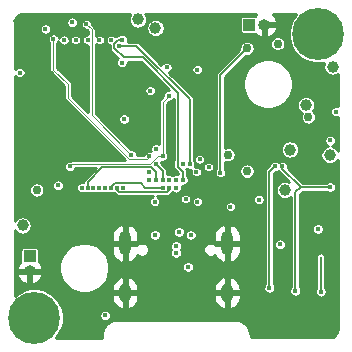
<source format=gbr>
%TF.GenerationSoftware,KiCad,Pcbnew,(5.1.6)-1*%
%TF.CreationDate,2021-01-25T15:06:37+00:00*%
%TF.ProjectId,OpenPnPVis,4f70656e-506e-4505-9669-732e6b696361,003*%
%TF.SameCoordinates,Original*%
%TF.FileFunction,Copper,L3,Inr*%
%TF.FilePolarity,Positive*%
%FSLAX46Y46*%
G04 Gerber Fmt 4.6, Leading zero omitted, Abs format (unit mm)*
G04 Created by KiCad (PCBNEW (5.1.6)-1) date 2021-01-25 15:06:37*
%MOMM*%
%LPD*%
G01*
G04 APERTURE LIST*
%TA.AperFunction,ViaPad*%
%ADD10O,1.000000X1.000000*%
%TD*%
%TA.AperFunction,ViaPad*%
%ADD11R,1.000000X1.000000*%
%TD*%
%TA.AperFunction,ViaPad*%
%ADD12O,1.000000X2.100000*%
%TD*%
%TA.AperFunction,ViaPad*%
%ADD13O,1.000000X1.600000*%
%TD*%
%TA.AperFunction,ViaPad*%
%ADD14C,0.700000*%
%TD*%
%TA.AperFunction,ViaPad*%
%ADD15C,4.400000*%
%TD*%
%TA.AperFunction,ViaPad*%
%ADD16C,1.000000*%
%TD*%
%TA.AperFunction,ViaPad*%
%ADD17C,0.450000*%
%TD*%
%TA.AperFunction,ViaPad*%
%ADD18C,0.400000*%
%TD*%
%TA.AperFunction,ViaPad*%
%ADD19C,0.750000*%
%TD*%
%TA.AperFunction,Conductor*%
%ADD20C,0.100000*%
%TD*%
%TA.AperFunction,Conductor*%
%ADD21C,0.131000*%
%TD*%
%TA.AperFunction,Conductor*%
%ADD22C,0.200000*%
%TD*%
%TA.AperFunction,Conductor*%
%ADD23C,0.254000*%
%TD*%
G04 APERTURE END LIST*
D10*
%TO.N,GND*%
%TO.C,J3*%
X96470000Y-88000000D03*
D11*
%TO.N,/CAM_TRIG*%
X95200000Y-88000000D03*
%TD*%
D10*
%TO.N,GND*%
%TO.C,J2*%
X76600000Y-108870000D03*
D11*
%TO.N,LED_V+*%
X76600000Y-107600000D03*
%TD*%
D12*
%TO.N,GND*%
%TO.C,J4*%
X93320000Y-106520000D03*
X84680000Y-106520000D03*
D13*
X93320000Y-110700000D03*
X84680000Y-110700000D03*
%TD*%
D14*
%TO.N,Net-(C19-Pad2)*%
%TO.C,H2*%
X78166726Y-111633274D03*
X77000000Y-111150000D03*
X75833274Y-111633274D03*
X75350000Y-112800000D03*
X75833274Y-113966726D03*
X77000000Y-114450000D03*
X78166726Y-113966726D03*
X78650000Y-112800000D03*
D15*
X77000000Y-112800000D03*
%TD*%
D14*
%TO.N,Net-(C17-Pad2)*%
%TO.C,H1*%
X102166726Y-87633274D03*
X101000000Y-87150000D03*
X99833274Y-87633274D03*
X99350000Y-88800000D03*
X99833274Y-89966726D03*
X101000000Y-90450000D03*
X102166726Y-89966726D03*
X102650000Y-88800000D03*
D15*
X101000000Y-88800000D03*
%TD*%
D16*
%TO.N,+3V3*%
X102000000Y-99050000D03*
X100000000Y-94800000D03*
X102250000Y-91550000D03*
X87250000Y-88300000D03*
X98200000Y-102000000D03*
D17*
X84400000Y-91200000D03*
X97800000Y-106600000D03*
D18*
X102506190Y-95365608D03*
D17*
%TO.N,+5V*%
X101000000Y-105300000D03*
D19*
X95000000Y-100400000D03*
D18*
%TO.N,GND*%
X94000000Y-95200000D03*
D19*
X102000000Y-96800000D03*
D18*
X82500000Y-91300000D03*
X79500000Y-91300000D03*
X81000000Y-92800000D03*
X79500000Y-94300000D03*
X88805326Y-100270608D03*
X84000000Y-95050000D03*
X90400000Y-104400000D03*
X89400000Y-103800000D03*
D19*
X102000000Y-100800000D03*
D17*
X84400000Y-92800000D03*
X79400000Y-88400000D03*
X86200000Y-91600000D03*
D18*
X94400000Y-98400000D03*
X94400000Y-99600000D03*
X93600000Y-100200000D03*
X90410000Y-101714991D03*
D19*
X97200000Y-96400000D03*
D16*
X91000000Y-96400000D03*
D17*
%TO.N,Net-(D1-Pad2)*%
X83000000Y-112600000D03*
%TO.N,Net-(D2-Pad2)*%
X96000000Y-102800000D03*
D18*
%TO.N,/H_Valid*%
X86720000Y-99150000D03*
X78600000Y-89200000D03*
%TO.N,/F_VALID*%
X85200000Y-99000000D03*
X81400000Y-87950000D03*
D17*
%TO.N,/C_DAT7*%
X86720000Y-100470000D03*
D18*
X81000000Y-101800000D03*
D17*
%TO.N,/C_DAT5*%
X86720000Y-101130000D03*
D18*
X82000000Y-101800000D03*
D17*
%TO.N,/C_DAT6*%
X87290000Y-101130000D03*
D18*
X81500000Y-101800000D03*
D17*
%TO.N,/C_DAT2*%
X87860000Y-101790000D03*
D18*
X83500000Y-101800000D03*
D17*
%TO.N,/C_DAT4*%
X88430000Y-101130000D03*
D18*
X82500000Y-101800000D03*
D17*
%TO.N,/C_DAT1*%
X88430000Y-101790000D03*
D18*
X84000000Y-101800000D03*
D17*
%TO.N,/C_DAT3*%
X89000000Y-101130000D03*
D18*
X83000000Y-101800000D03*
%TO.N,/C_DAT0*%
X84500000Y-101800000D03*
D17*
X89000000Y-101790000D03*
%TO.N,/XO*%
X90800000Y-91800000D03*
%TO.N,Net-(R6-Pad2)*%
X84600000Y-96000000D03*
X88200000Y-91600000D03*
D18*
%TO.N,Net-(R8-Pad2)*%
X79500000Y-89300000D03*
%TO.N,Net-(R9-Pad2)*%
X80500000Y-89300000D03*
%TO.N,Net-(R10-Pad2)*%
X81500000Y-89300000D03*
%TO.N,Net-(R11-Pad2)*%
X82500000Y-89300000D03*
%TO.N,Net-(R12-Pad2)*%
X83500000Y-89300000D03*
%TO.N,Net-(R13-Pad2)*%
X86800000Y-93600000D03*
D17*
%TO.N,/SDA*%
X84433195Y-89266333D03*
X89570000Y-101130000D03*
D18*
%TO.N,/SCL*%
X90140000Y-99810000D03*
D17*
X84200000Y-89800000D03*
D18*
%TO.N,/~OE*%
X91750000Y-100050000D03*
D17*
X80200000Y-87800000D03*
%TO.N,/DV10*%
X77937500Y-88362500D03*
D18*
%TO.N,+2V8*%
X91000000Y-99400000D03*
D19*
X97600000Y-89600000D03*
D18*
X87290000Y-99810000D03*
X87290000Y-98490000D03*
D17*
X87860000Y-101130000D03*
D19*
X77200000Y-102000000D03*
D18*
%TO.N,+1V2*%
X90710000Y-100470000D03*
X89808601Y-102758295D03*
D19*
X100200000Y-95800000D03*
X93400000Y-99000000D03*
D18*
X89570000Y-99810000D03*
D17*
%TO.N,/33MHZ_CLK*%
X79000000Y-101600000D03*
D18*
%TO.N,/Sensor_CLK*%
X87860000Y-99150000D03*
D17*
X80000000Y-100000000D03*
X88400000Y-94000000D03*
D18*
%TO.N,/CAM_TRIG*%
X92750000Y-100550000D03*
D19*
X95000000Y-90000000D03*
D17*
%TO.N,/Power/VIN*%
X90000000Y-108500000D03*
D16*
X76000000Y-105000000D03*
D17*
%TO.N,USB_D+*%
X88999032Y-107315421D03*
X89250000Y-105550000D03*
%TO.N,USB_D-*%
X89006816Y-106739816D03*
%TO.N,/Power/AT_TINY_RST*%
X96900000Y-110300000D03*
X97350000Y-100000000D03*
%TO.N,/Power/1V2_EN*%
X101250000Y-110600000D03*
X102050000Y-97800000D03*
%TO.N,/Power/2V5_EN*%
X102050000Y-101750000D03*
X98000000Y-100000000D03*
X99100000Y-110550000D03*
%TO.N,Net-(J4-PadB5)*%
X87200000Y-105800000D03*
%TO.N,Net-(J4-PadA5)*%
X90230000Y-105800000D03*
D16*
%TO.N,VAA*%
X85750000Y-87550000D03*
D18*
X87200000Y-103000000D03*
X90800000Y-103000000D03*
D17*
X75750000Y-92050000D03*
D18*
X93600000Y-103400000D03*
D16*
X98625000Y-98575000D03*
%TD*%
D20*
%TO.N,/H_Valid*%
X79850001Y-94168003D02*
X79850001Y-93050001D01*
X85031999Y-99350001D02*
X79850001Y-94168003D01*
X86720000Y-99150000D02*
X86519999Y-99350001D01*
X86519999Y-99350001D02*
X85031999Y-99350001D01*
X78600000Y-91800000D02*
X79850001Y-93050001D01*
X78600000Y-89200000D02*
X78600000Y-91800000D01*
%TO.N,/F_VALID*%
X85200000Y-99000000D02*
X81850001Y-95650001D01*
X81850001Y-88400001D02*
X81400000Y-87950000D01*
X81850001Y-95650001D02*
X81850001Y-88400001D01*
D21*
%TO.N,/C_DAT6*%
X87290000Y-100462058D02*
X87290000Y-101130000D01*
X86907441Y-100079499D02*
X87290000Y-100462058D01*
X82720501Y-100079499D02*
X86907441Y-100079499D01*
X81500000Y-101800000D02*
X81500000Y-101300000D01*
X81500000Y-101300000D02*
X82720501Y-100079499D01*
%TO.N,/C_DAT2*%
X83500000Y-101800000D02*
X83500000Y-101700000D01*
X83500000Y-101700000D02*
X83800000Y-101400000D01*
X83800000Y-101400000D02*
X86000000Y-101400000D01*
X86390000Y-101790000D02*
X87860000Y-101790000D01*
X86000000Y-101400000D02*
X86390000Y-101790000D01*
%TO.N,/C_DAT1*%
X88430000Y-101797942D02*
X88430000Y-101790000D01*
X84000000Y-101759058D02*
X84000000Y-101800000D01*
X88430000Y-101790000D02*
X88430000Y-101970000D01*
X88430000Y-101970000D02*
X88200000Y-102200000D01*
X88200000Y-102200000D02*
X84200000Y-102200000D01*
X84000000Y-102000000D02*
X84000000Y-101800000D01*
X84200000Y-102200000D02*
X84000000Y-102000000D01*
D22*
%TO.N,/SDA*%
X89570000Y-100439002D02*
X89570000Y-101130000D01*
X89200000Y-99550998D02*
X89144999Y-99605999D01*
X89144999Y-99605999D02*
X89144999Y-100014001D01*
X89200000Y-93800000D02*
X89200000Y-99550998D01*
X89144999Y-100014001D02*
X89570000Y-100439002D01*
X86174999Y-90774999D02*
X89200000Y-93800000D01*
X84104665Y-89266333D02*
X83774999Y-89595999D01*
X83774999Y-90004001D02*
X84545997Y-90774999D01*
X83774999Y-89595999D02*
X83774999Y-90004001D01*
X84433195Y-89266333D02*
X84104665Y-89266333D01*
X84545997Y-90774999D02*
X86174999Y-90774999D01*
%TO.N,/SCL*%
X85624278Y-89800000D02*
X84200000Y-89800000D01*
X90140000Y-99810000D02*
X90140000Y-94315722D01*
X90140000Y-94315722D02*
X85624278Y-89800000D01*
%TO.N,+2V8*%
X87860000Y-100380000D02*
X87290000Y-99810000D01*
X87860000Y-101130000D02*
X87860000Y-100380000D01*
D20*
%TO.N,/Sensor_CLK*%
X87431998Y-99150000D02*
X87860000Y-99150000D01*
X86806997Y-99775001D02*
X87431998Y-99150000D01*
X80000000Y-100000000D02*
X80224999Y-99775001D01*
X80224999Y-99775001D02*
X86806997Y-99775001D01*
X87860000Y-99150000D02*
X87860000Y-94540000D01*
X87860000Y-94540000D02*
X88400000Y-94000000D01*
D22*
%TO.N,/CAM_TRIG*%
X92750000Y-92250000D02*
X92750000Y-100550000D01*
X95000000Y-90000000D02*
X92750000Y-92250000D01*
%TO.N,/Power/AT_TINY_RST*%
X96900000Y-110300000D02*
X96900000Y-100450000D01*
X96900000Y-100450000D02*
X97350000Y-100000000D01*
%TO.N,/Power/1V2_EN*%
X101250000Y-110600000D02*
X101250000Y-107650000D01*
%TO.N,/Power/2V5_EN*%
X99550000Y-101750000D02*
X102050000Y-101750000D01*
X98000000Y-100200000D02*
X99550000Y-101750000D01*
X98000000Y-100000000D02*
X98000000Y-100200000D01*
X99100000Y-102200000D02*
X99550000Y-101750000D01*
X99100000Y-110550000D02*
X99100000Y-102200000D01*
%TD*%
D23*
%TO.N,GND*%
G36*
X75935897Y-87122268D02*
G01*
X75983939Y-87127000D01*
X85098149Y-87127000D01*
X85061431Y-87181952D01*
X85002859Y-87323357D01*
X84973000Y-87473472D01*
X84973000Y-87626528D01*
X85002859Y-87776643D01*
X85061431Y-87918048D01*
X85146464Y-88045309D01*
X85254691Y-88153536D01*
X85381952Y-88238569D01*
X85523357Y-88297141D01*
X85673472Y-88327000D01*
X85826528Y-88327000D01*
X85976643Y-88297141D01*
X86118048Y-88238569D01*
X86140642Y-88223472D01*
X86473000Y-88223472D01*
X86473000Y-88376528D01*
X86502859Y-88526643D01*
X86561431Y-88668048D01*
X86646464Y-88795309D01*
X86754691Y-88903536D01*
X86881952Y-88988569D01*
X87023357Y-89047141D01*
X87173472Y-89077000D01*
X87326528Y-89077000D01*
X87476643Y-89047141D01*
X87618048Y-88988569D01*
X87745309Y-88903536D01*
X87853536Y-88795309D01*
X87938569Y-88668048D01*
X87997141Y-88526643D01*
X88027000Y-88376528D01*
X88027000Y-88223472D01*
X87997141Y-88073357D01*
X87938569Y-87931952D01*
X87853536Y-87804691D01*
X87745309Y-87696464D01*
X87618048Y-87611431D01*
X87476643Y-87552859D01*
X87326528Y-87523000D01*
X87173472Y-87523000D01*
X87023357Y-87552859D01*
X86881952Y-87611431D01*
X86754691Y-87696464D01*
X86646464Y-87804691D01*
X86561431Y-87931952D01*
X86502859Y-88073357D01*
X86473000Y-88223472D01*
X86140642Y-88223472D01*
X86245309Y-88153536D01*
X86353536Y-88045309D01*
X86438569Y-87918048D01*
X86497141Y-87776643D01*
X86527000Y-87626528D01*
X86527000Y-87473472D01*
X86497141Y-87323357D01*
X86438569Y-87181952D01*
X86401851Y-87127000D01*
X95748017Y-87127000D01*
X95727980Y-87141135D01*
X95651433Y-87221660D01*
X94700000Y-87221660D01*
X94645699Y-87227008D01*
X94593484Y-87242847D01*
X94545363Y-87268569D01*
X94503184Y-87303184D01*
X94468569Y-87345363D01*
X94442847Y-87393484D01*
X94427008Y-87445699D01*
X94421660Y-87500000D01*
X94421660Y-88500000D01*
X94427008Y-88554301D01*
X94442847Y-88606516D01*
X94468569Y-88654637D01*
X94503184Y-88696816D01*
X94545363Y-88731431D01*
X94593484Y-88757153D01*
X94645699Y-88772992D01*
X94700000Y-88778340D01*
X95651433Y-88778340D01*
X95727980Y-88858865D01*
X95909794Y-88987123D01*
X96113136Y-89077446D01*
X96168126Y-89094119D01*
X96343000Y-88967954D01*
X96343000Y-88127000D01*
X96597000Y-88127000D01*
X96597000Y-88967954D01*
X96771874Y-89094119D01*
X96826864Y-89077446D01*
X97030206Y-88987123D01*
X97212020Y-88858865D01*
X97365318Y-88697601D01*
X97484210Y-88509529D01*
X97564126Y-88301876D01*
X97439129Y-88127000D01*
X96597000Y-88127000D01*
X96343000Y-88127000D01*
X96323000Y-88127000D01*
X96323000Y-87873000D01*
X96343000Y-87873000D01*
X96343000Y-87853000D01*
X96597000Y-87853000D01*
X96597000Y-87873000D01*
X97439129Y-87873000D01*
X97564126Y-87698124D01*
X97484210Y-87490471D01*
X97365318Y-87302399D01*
X97212020Y-87141135D01*
X97191983Y-87127000D01*
X99169994Y-87127000D01*
X99075989Y-87221005D01*
X98804911Y-87626701D01*
X98618190Y-88077486D01*
X98523000Y-88556037D01*
X98523000Y-89043963D01*
X98618190Y-89522514D01*
X98804911Y-89973299D01*
X99075989Y-90378995D01*
X99421005Y-90724011D01*
X99826701Y-90995089D01*
X100277486Y-91181810D01*
X100756037Y-91277000D01*
X101243963Y-91277000D01*
X101547031Y-91216716D01*
X101502859Y-91323357D01*
X101473000Y-91473472D01*
X101473000Y-91626528D01*
X101502859Y-91776643D01*
X101561431Y-91918048D01*
X101646464Y-92045309D01*
X101754691Y-92153536D01*
X101881952Y-92238569D01*
X102023357Y-92297141D01*
X102173472Y-92327000D01*
X102326528Y-92327000D01*
X102476643Y-92297141D01*
X102618048Y-92238569D01*
X102673000Y-92201851D01*
X102673000Y-94918402D01*
X102645326Y-94906939D01*
X102553170Y-94888608D01*
X102459210Y-94888608D01*
X102367054Y-94906939D01*
X102280246Y-94942896D01*
X102202120Y-94995098D01*
X102135680Y-95061538D01*
X102083478Y-95139664D01*
X102047521Y-95226472D01*
X102029190Y-95318628D01*
X102029190Y-95412588D01*
X102047521Y-95504744D01*
X102083478Y-95591552D01*
X102135680Y-95669678D01*
X102202120Y-95736118D01*
X102280246Y-95788320D01*
X102367054Y-95824277D01*
X102459210Y-95842608D01*
X102553170Y-95842608D01*
X102645326Y-95824277D01*
X102673000Y-95812814D01*
X102673000Y-98658652D01*
X102603536Y-98554691D01*
X102495309Y-98446464D01*
X102368048Y-98361431D01*
X102226643Y-98302859D01*
X102160882Y-98289779D01*
X102196428Y-98282708D01*
X102287786Y-98244867D01*
X102370006Y-98189929D01*
X102439929Y-98120006D01*
X102494867Y-98037786D01*
X102532708Y-97946428D01*
X102552000Y-97849443D01*
X102552000Y-97750557D01*
X102532708Y-97653572D01*
X102494867Y-97562214D01*
X102439929Y-97479994D01*
X102370006Y-97410071D01*
X102287786Y-97355133D01*
X102196428Y-97317292D01*
X102099443Y-97298000D01*
X102000557Y-97298000D01*
X101903572Y-97317292D01*
X101812214Y-97355133D01*
X101729994Y-97410071D01*
X101660071Y-97479994D01*
X101605133Y-97562214D01*
X101567292Y-97653572D01*
X101548000Y-97750557D01*
X101548000Y-97849443D01*
X101567292Y-97946428D01*
X101605133Y-98037786D01*
X101660071Y-98120006D01*
X101729994Y-98189929D01*
X101812214Y-98244867D01*
X101894194Y-98278824D01*
X101773357Y-98302859D01*
X101631952Y-98361431D01*
X101504691Y-98446464D01*
X101396464Y-98554691D01*
X101311431Y-98681952D01*
X101252859Y-98823357D01*
X101223000Y-98973472D01*
X101223000Y-99126528D01*
X101252859Y-99276643D01*
X101311431Y-99418048D01*
X101396464Y-99545309D01*
X101504691Y-99653536D01*
X101631952Y-99738569D01*
X101773357Y-99797141D01*
X101923472Y-99827000D01*
X102076528Y-99827000D01*
X102226643Y-99797141D01*
X102368048Y-99738569D01*
X102495309Y-99653536D01*
X102603536Y-99545309D01*
X102673000Y-99441348D01*
X102673001Y-113784001D01*
X102658645Y-113930415D01*
X102620769Y-114055864D01*
X102559250Y-114171564D01*
X102476426Y-114273117D01*
X102375461Y-114356642D01*
X102260191Y-114418968D01*
X102135013Y-114457717D01*
X101989610Y-114473000D01*
X95302000Y-114473000D01*
X95302000Y-114285167D01*
X95300690Y-114271863D01*
X95300733Y-114265647D01*
X95300321Y-114261450D01*
X95279921Y-114067354D01*
X95274419Y-114040554D01*
X95269288Y-114013655D01*
X95268069Y-114009618D01*
X95210357Y-113823180D01*
X95199757Y-113797965D01*
X95189497Y-113772569D01*
X95187517Y-113768846D01*
X95094692Y-113597169D01*
X95079405Y-113574505D01*
X95064398Y-113551572D01*
X95061732Y-113548304D01*
X94937329Y-113397926D01*
X94917930Y-113378663D01*
X94898757Y-113359084D01*
X94895507Y-113356396D01*
X94744265Y-113233046D01*
X94721513Y-113217930D01*
X94698882Y-113202434D01*
X94695172Y-113200429D01*
X94522850Y-113108804D01*
X94497609Y-113098401D01*
X94472386Y-113087590D01*
X94468358Y-113086344D01*
X94281521Y-113029934D01*
X94254693Y-113024622D01*
X94227898Y-113018927D01*
X94223704Y-113018486D01*
X94029470Y-112999441D01*
X94029464Y-112999441D01*
X94014833Y-112998000D01*
X83985167Y-112998000D01*
X83971863Y-112999310D01*
X83965647Y-112999267D01*
X83961450Y-112999679D01*
X83767354Y-113020079D01*
X83740554Y-113025581D01*
X83713655Y-113030712D01*
X83709618Y-113031931D01*
X83523180Y-113089643D01*
X83497965Y-113100243D01*
X83472569Y-113110503D01*
X83468846Y-113112483D01*
X83297169Y-113205308D01*
X83274505Y-113220595D01*
X83251572Y-113235602D01*
X83248304Y-113238268D01*
X83097926Y-113362671D01*
X83078663Y-113382070D01*
X83059084Y-113401243D01*
X83056396Y-113404493D01*
X82933046Y-113555735D01*
X82917930Y-113578487D01*
X82902434Y-113601118D01*
X82900429Y-113604828D01*
X82808804Y-113777150D01*
X82798401Y-113802391D01*
X82787590Y-113827614D01*
X82786344Y-113831642D01*
X82729934Y-114018479D01*
X82724622Y-114045307D01*
X82718927Y-114072102D01*
X82718486Y-114076296D01*
X82699441Y-114270530D01*
X82699441Y-114270547D01*
X82698001Y-114285167D01*
X82698001Y-114498000D01*
X78805006Y-114498000D01*
X78924011Y-114378995D01*
X79195089Y-113973299D01*
X79381810Y-113522514D01*
X79477000Y-113043963D01*
X79477000Y-112556037D01*
X79475910Y-112550557D01*
X82498000Y-112550557D01*
X82498000Y-112649443D01*
X82517292Y-112746428D01*
X82555133Y-112837786D01*
X82610071Y-112920006D01*
X82679994Y-112989929D01*
X82762214Y-113044867D01*
X82853572Y-113082708D01*
X82950557Y-113102000D01*
X83049443Y-113102000D01*
X83146428Y-113082708D01*
X83237786Y-113044867D01*
X83320006Y-112989929D01*
X83389929Y-112920006D01*
X83444867Y-112837786D01*
X83482708Y-112746428D01*
X83502000Y-112649443D01*
X83502000Y-112550557D01*
X83482708Y-112453572D01*
X83444867Y-112362214D01*
X83389929Y-112279994D01*
X83320006Y-112210071D01*
X83237786Y-112155133D01*
X83146428Y-112117292D01*
X83049443Y-112098000D01*
X82950557Y-112098000D01*
X82853572Y-112117292D01*
X82762214Y-112155133D01*
X82679994Y-112210071D01*
X82610071Y-112279994D01*
X82555133Y-112362214D01*
X82517292Y-112453572D01*
X82498000Y-112550557D01*
X79475910Y-112550557D01*
X79381810Y-112077486D01*
X79195089Y-111626701D01*
X78924011Y-111221005D01*
X78578995Y-110875989D01*
X78505678Y-110827000D01*
X83545000Y-110827000D01*
X83545000Y-111127000D01*
X83591585Y-111345987D01*
X83679997Y-111551678D01*
X83806839Y-111736169D01*
X83967236Y-111892369D01*
X84155024Y-112014276D01*
X84378126Y-112094119D01*
X84553000Y-111967954D01*
X84553000Y-110827000D01*
X84807000Y-110827000D01*
X84807000Y-111967954D01*
X84981874Y-112094119D01*
X85204976Y-112014276D01*
X85392764Y-111892369D01*
X85553161Y-111736169D01*
X85680003Y-111551678D01*
X85768415Y-111345987D01*
X85815000Y-111127000D01*
X85815000Y-110827000D01*
X92185000Y-110827000D01*
X92185000Y-111127000D01*
X92231585Y-111345987D01*
X92319997Y-111551678D01*
X92446839Y-111736169D01*
X92607236Y-111892369D01*
X92795024Y-112014276D01*
X93018126Y-112094119D01*
X93193000Y-111967954D01*
X93193000Y-110827000D01*
X93447000Y-110827000D01*
X93447000Y-111967954D01*
X93621874Y-112094119D01*
X93844976Y-112014276D01*
X94032764Y-111892369D01*
X94193161Y-111736169D01*
X94320003Y-111551678D01*
X94408415Y-111345987D01*
X94455000Y-111127000D01*
X94455000Y-110827000D01*
X93447000Y-110827000D01*
X93193000Y-110827000D01*
X92185000Y-110827000D01*
X85815000Y-110827000D01*
X84807000Y-110827000D01*
X84553000Y-110827000D01*
X83545000Y-110827000D01*
X78505678Y-110827000D01*
X78173299Y-110604911D01*
X77722514Y-110418190D01*
X77243963Y-110323000D01*
X76756037Y-110323000D01*
X76277486Y-110418190D01*
X75826701Y-110604911D01*
X75421005Y-110875989D01*
X75327000Y-110969994D01*
X75327000Y-109171874D01*
X75505881Y-109171874D01*
X75522554Y-109226864D01*
X75612877Y-109430206D01*
X75741135Y-109612020D01*
X75902399Y-109765318D01*
X76090471Y-109884210D01*
X76298124Y-109964126D01*
X76473000Y-109839129D01*
X76473000Y-108997000D01*
X76727000Y-108997000D01*
X76727000Y-109839129D01*
X76901876Y-109964126D01*
X77109529Y-109884210D01*
X77297601Y-109765318D01*
X77458865Y-109612020D01*
X77587123Y-109430206D01*
X77677446Y-109226864D01*
X77694119Y-109171874D01*
X77567954Y-108997000D01*
X76727000Y-108997000D01*
X76473000Y-108997000D01*
X75632046Y-108997000D01*
X75505881Y-109171874D01*
X75327000Y-109171874D01*
X75327000Y-108568126D01*
X75505881Y-108568126D01*
X75632046Y-108743000D01*
X76473000Y-108743000D01*
X76473000Y-108723000D01*
X76727000Y-108723000D01*
X76727000Y-108743000D01*
X77567954Y-108743000D01*
X77694119Y-108568126D01*
X77677446Y-108513136D01*
X77613282Y-108368684D01*
X79094825Y-108368684D01*
X79094825Y-108787666D01*
X79176564Y-109198598D01*
X79336902Y-109585687D01*
X79569676Y-109934059D01*
X79865941Y-110230324D01*
X80214313Y-110463098D01*
X80601402Y-110623436D01*
X81012334Y-110705175D01*
X81431316Y-110705175D01*
X81842248Y-110623436D01*
X82229337Y-110463098D01*
X82513839Y-110273000D01*
X83545000Y-110273000D01*
X83545000Y-110573000D01*
X84553000Y-110573000D01*
X84553000Y-109432046D01*
X84807000Y-109432046D01*
X84807000Y-110573000D01*
X85815000Y-110573000D01*
X85815000Y-110273000D01*
X92185000Y-110273000D01*
X92185000Y-110573000D01*
X93193000Y-110573000D01*
X93193000Y-109432046D01*
X93447000Y-109432046D01*
X93447000Y-110573000D01*
X94455000Y-110573000D01*
X94455000Y-110273000D01*
X94450226Y-110250557D01*
X96398000Y-110250557D01*
X96398000Y-110349443D01*
X96417292Y-110446428D01*
X96455133Y-110537786D01*
X96510071Y-110620006D01*
X96579994Y-110689929D01*
X96662214Y-110744867D01*
X96753572Y-110782708D01*
X96850557Y-110802000D01*
X96949443Y-110802000D01*
X97046428Y-110782708D01*
X97137786Y-110744867D01*
X97220006Y-110689929D01*
X97289929Y-110620006D01*
X97344867Y-110537786D01*
X97382708Y-110446428D01*
X97402000Y-110349443D01*
X97402000Y-110250557D01*
X97382708Y-110153572D01*
X97344867Y-110062214D01*
X97289929Y-109979994D01*
X97277000Y-109967065D01*
X97277000Y-106550557D01*
X97298000Y-106550557D01*
X97298000Y-106649443D01*
X97317292Y-106746428D01*
X97355133Y-106837786D01*
X97410071Y-106920006D01*
X97479994Y-106989929D01*
X97562214Y-107044867D01*
X97653572Y-107082708D01*
X97750557Y-107102000D01*
X97849443Y-107102000D01*
X97946428Y-107082708D01*
X98037786Y-107044867D01*
X98120006Y-106989929D01*
X98189929Y-106920006D01*
X98244867Y-106837786D01*
X98282708Y-106746428D01*
X98302000Y-106649443D01*
X98302000Y-106550557D01*
X98282708Y-106453572D01*
X98244867Y-106362214D01*
X98189929Y-106279994D01*
X98120006Y-106210071D01*
X98037786Y-106155133D01*
X97946428Y-106117292D01*
X97849443Y-106098000D01*
X97750557Y-106098000D01*
X97653572Y-106117292D01*
X97562214Y-106155133D01*
X97479994Y-106210071D01*
X97410071Y-106279994D01*
X97355133Y-106362214D01*
X97317292Y-106453572D01*
X97298000Y-106550557D01*
X97277000Y-106550557D01*
X97277000Y-100606158D01*
X97381158Y-100502000D01*
X97399443Y-100502000D01*
X97496428Y-100482708D01*
X97587786Y-100444867D01*
X97670006Y-100389929D01*
X97672637Y-100387298D01*
X97685019Y-100410463D01*
X97732131Y-100467869D01*
X97746518Y-100479676D01*
X98598861Y-101332020D01*
X98568048Y-101311431D01*
X98426643Y-101252859D01*
X98276528Y-101223000D01*
X98123472Y-101223000D01*
X97973357Y-101252859D01*
X97831952Y-101311431D01*
X97704691Y-101396464D01*
X97596464Y-101504691D01*
X97511431Y-101631952D01*
X97452859Y-101773357D01*
X97423000Y-101923472D01*
X97423000Y-102076528D01*
X97452859Y-102226643D01*
X97511431Y-102368048D01*
X97596464Y-102495309D01*
X97704691Y-102603536D01*
X97831952Y-102688569D01*
X97973357Y-102747141D01*
X98123472Y-102777000D01*
X98276528Y-102777000D01*
X98426643Y-102747141D01*
X98568048Y-102688569D01*
X98695309Y-102603536D01*
X98723001Y-102575844D01*
X98723000Y-110217065D01*
X98710071Y-110229994D01*
X98655133Y-110312214D01*
X98617292Y-110403572D01*
X98598000Y-110500557D01*
X98598000Y-110599443D01*
X98617292Y-110696428D01*
X98655133Y-110787786D01*
X98710071Y-110870006D01*
X98779994Y-110939929D01*
X98862214Y-110994867D01*
X98953572Y-111032708D01*
X99050557Y-111052000D01*
X99149443Y-111052000D01*
X99246428Y-111032708D01*
X99337786Y-110994867D01*
X99420006Y-110939929D01*
X99489929Y-110870006D01*
X99544867Y-110787786D01*
X99582708Y-110696428D01*
X99602000Y-110599443D01*
X99602000Y-110550557D01*
X100748000Y-110550557D01*
X100748000Y-110649443D01*
X100767292Y-110746428D01*
X100805133Y-110837786D01*
X100860071Y-110920006D01*
X100929994Y-110989929D01*
X101012214Y-111044867D01*
X101103572Y-111082708D01*
X101200557Y-111102000D01*
X101299443Y-111102000D01*
X101396428Y-111082708D01*
X101487786Y-111044867D01*
X101570006Y-110989929D01*
X101639929Y-110920006D01*
X101694867Y-110837786D01*
X101732708Y-110746428D01*
X101752000Y-110649443D01*
X101752000Y-110550557D01*
X101732708Y-110453572D01*
X101694867Y-110362214D01*
X101639929Y-110279994D01*
X101627000Y-110267065D01*
X101627000Y-107631481D01*
X101621545Y-107576095D01*
X101599988Y-107505030D01*
X101564981Y-107439537D01*
X101517869Y-107382131D01*
X101460463Y-107335019D01*
X101394970Y-107300012D01*
X101323905Y-107278455D01*
X101250000Y-107271176D01*
X101176096Y-107278455D01*
X101105031Y-107300012D01*
X101039538Y-107335019D01*
X100982132Y-107382131D01*
X100935020Y-107439537D01*
X100900013Y-107505030D01*
X100878456Y-107576095D01*
X100873001Y-107631481D01*
X100873000Y-110267065D01*
X100860071Y-110279994D01*
X100805133Y-110362214D01*
X100767292Y-110453572D01*
X100748000Y-110550557D01*
X99602000Y-110550557D01*
X99602000Y-110500557D01*
X99582708Y-110403572D01*
X99544867Y-110312214D01*
X99489929Y-110229994D01*
X99477000Y-110217065D01*
X99477000Y-105250557D01*
X100498000Y-105250557D01*
X100498000Y-105349443D01*
X100517292Y-105446428D01*
X100555133Y-105537786D01*
X100610071Y-105620006D01*
X100679994Y-105689929D01*
X100762214Y-105744867D01*
X100853572Y-105782708D01*
X100950557Y-105802000D01*
X101049443Y-105802000D01*
X101146428Y-105782708D01*
X101237786Y-105744867D01*
X101320006Y-105689929D01*
X101389929Y-105620006D01*
X101444867Y-105537786D01*
X101482708Y-105446428D01*
X101502000Y-105349443D01*
X101502000Y-105250557D01*
X101482708Y-105153572D01*
X101444867Y-105062214D01*
X101389929Y-104979994D01*
X101320006Y-104910071D01*
X101237786Y-104855133D01*
X101146428Y-104817292D01*
X101049443Y-104798000D01*
X100950557Y-104798000D01*
X100853572Y-104817292D01*
X100762214Y-104855133D01*
X100679994Y-104910071D01*
X100610071Y-104979994D01*
X100555133Y-105062214D01*
X100517292Y-105153572D01*
X100498000Y-105250557D01*
X99477000Y-105250557D01*
X99477000Y-102356158D01*
X99706159Y-102127000D01*
X101717065Y-102127000D01*
X101729994Y-102139929D01*
X101812214Y-102194867D01*
X101903572Y-102232708D01*
X102000557Y-102252000D01*
X102099443Y-102252000D01*
X102196428Y-102232708D01*
X102287786Y-102194867D01*
X102370006Y-102139929D01*
X102439929Y-102070006D01*
X102494867Y-101987786D01*
X102532708Y-101896428D01*
X102552000Y-101799443D01*
X102552000Y-101700557D01*
X102532708Y-101603572D01*
X102494867Y-101512214D01*
X102439929Y-101429994D01*
X102370006Y-101360071D01*
X102287786Y-101305133D01*
X102196428Y-101267292D01*
X102099443Y-101248000D01*
X102000557Y-101248000D01*
X101903572Y-101267292D01*
X101812214Y-101305133D01*
X101729994Y-101360071D01*
X101717065Y-101373000D01*
X99706159Y-101373000D01*
X98481794Y-100148635D01*
X98482708Y-100146428D01*
X98502000Y-100049443D01*
X98502000Y-99950557D01*
X98482708Y-99853572D01*
X98444867Y-99762214D01*
X98389929Y-99679994D01*
X98320006Y-99610071D01*
X98237786Y-99555133D01*
X98146428Y-99517292D01*
X98049443Y-99498000D01*
X97950557Y-99498000D01*
X97853572Y-99517292D01*
X97762214Y-99555133D01*
X97679994Y-99610071D01*
X97675000Y-99615065D01*
X97670006Y-99610071D01*
X97587786Y-99555133D01*
X97496428Y-99517292D01*
X97399443Y-99498000D01*
X97300557Y-99498000D01*
X97203572Y-99517292D01*
X97112214Y-99555133D01*
X97029994Y-99610071D01*
X96960071Y-99679994D01*
X96905133Y-99762214D01*
X96867292Y-99853572D01*
X96848000Y-99950557D01*
X96848000Y-99968842D01*
X96646514Y-100170328D01*
X96632132Y-100182131D01*
X96620329Y-100196513D01*
X96620326Y-100196516D01*
X96585020Y-100239537D01*
X96550012Y-100305031D01*
X96528455Y-100376095D01*
X96521177Y-100450000D01*
X96523001Y-100468522D01*
X96523000Y-109967065D01*
X96510071Y-109979994D01*
X96455133Y-110062214D01*
X96417292Y-110153572D01*
X96398000Y-110250557D01*
X94450226Y-110250557D01*
X94408415Y-110054013D01*
X94320003Y-109848322D01*
X94193161Y-109663831D01*
X94032764Y-109507631D01*
X93844976Y-109385724D01*
X93621874Y-109305881D01*
X93447000Y-109432046D01*
X93193000Y-109432046D01*
X93018126Y-109305881D01*
X92795024Y-109385724D01*
X92607236Y-109507631D01*
X92446839Y-109663831D01*
X92319997Y-109848322D01*
X92231585Y-110054013D01*
X92185000Y-110273000D01*
X85815000Y-110273000D01*
X85768415Y-110054013D01*
X85680003Y-109848322D01*
X85553161Y-109663831D01*
X85392764Y-109507631D01*
X85204976Y-109385724D01*
X84981874Y-109305881D01*
X84807000Y-109432046D01*
X84553000Y-109432046D01*
X84378126Y-109305881D01*
X84155024Y-109385724D01*
X83967236Y-109507631D01*
X83806839Y-109663831D01*
X83679997Y-109848322D01*
X83591585Y-110054013D01*
X83545000Y-110273000D01*
X82513839Y-110273000D01*
X82577709Y-110230324D01*
X82873974Y-109934059D01*
X83106748Y-109585687D01*
X83267086Y-109198598D01*
X83348825Y-108787666D01*
X83348825Y-108450557D01*
X89498000Y-108450557D01*
X89498000Y-108549443D01*
X89517292Y-108646428D01*
X89555133Y-108737786D01*
X89610071Y-108820006D01*
X89679994Y-108889929D01*
X89762214Y-108944867D01*
X89853572Y-108982708D01*
X89950557Y-109002000D01*
X90049443Y-109002000D01*
X90146428Y-108982708D01*
X90237786Y-108944867D01*
X90320006Y-108889929D01*
X90389929Y-108820006D01*
X90444867Y-108737786D01*
X90482708Y-108646428D01*
X90502000Y-108549443D01*
X90502000Y-108450557D01*
X90482708Y-108353572D01*
X90444867Y-108262214D01*
X90389929Y-108179994D01*
X90320006Y-108110071D01*
X90237786Y-108055133D01*
X90146428Y-108017292D01*
X90049443Y-107998000D01*
X89950557Y-107998000D01*
X89853572Y-108017292D01*
X89762214Y-108055133D01*
X89679994Y-108110071D01*
X89610071Y-108179994D01*
X89555133Y-108262214D01*
X89517292Y-108353572D01*
X89498000Y-108450557D01*
X83348825Y-108450557D01*
X83348825Y-108368684D01*
X83267086Y-107957752D01*
X83106748Y-107570663D01*
X82873974Y-107222291D01*
X82577709Y-106926026D01*
X82229337Y-106693252D01*
X82117676Y-106647000D01*
X83545000Y-106647000D01*
X83545000Y-107197000D01*
X83591585Y-107415987D01*
X83679997Y-107621678D01*
X83806839Y-107806169D01*
X83967236Y-107962369D01*
X84155024Y-108084276D01*
X84378126Y-108164119D01*
X84553000Y-108037954D01*
X84553000Y-106647000D01*
X84807000Y-106647000D01*
X84807000Y-108037954D01*
X84981874Y-108164119D01*
X85204976Y-108084276D01*
X85392764Y-107962369D01*
X85553161Y-107806169D01*
X85680003Y-107621678D01*
X85725191Y-107516548D01*
X85726247Y-107517604D01*
X85824846Y-107583486D01*
X85934403Y-107628866D01*
X86050708Y-107652000D01*
X86169292Y-107652000D01*
X86285597Y-107628866D01*
X86395154Y-107583486D01*
X86493753Y-107517604D01*
X86577604Y-107433753D01*
X86643486Y-107335154D01*
X86672139Y-107265978D01*
X88497032Y-107265978D01*
X88497032Y-107364864D01*
X88516324Y-107461849D01*
X88554165Y-107553207D01*
X88609103Y-107635427D01*
X88679026Y-107705350D01*
X88761246Y-107760288D01*
X88852604Y-107798129D01*
X88949589Y-107817421D01*
X89048475Y-107817421D01*
X89145460Y-107798129D01*
X89236818Y-107760288D01*
X89319038Y-107705350D01*
X89388961Y-107635427D01*
X89443899Y-107553207D01*
X89481740Y-107461849D01*
X89501032Y-107364864D01*
X89501032Y-107265978D01*
X89481740Y-107168993D01*
X89443899Y-107077635D01*
X89414371Y-107033443D01*
X89442925Y-106990708D01*
X91288000Y-106990708D01*
X91288000Y-107109292D01*
X91311134Y-107225597D01*
X91356514Y-107335154D01*
X91422396Y-107433753D01*
X91506247Y-107517604D01*
X91604846Y-107583486D01*
X91714403Y-107628866D01*
X91830708Y-107652000D01*
X91949292Y-107652000D01*
X92065597Y-107628866D01*
X92175154Y-107583486D01*
X92273753Y-107517604D01*
X92274809Y-107516548D01*
X92319997Y-107621678D01*
X92446839Y-107806169D01*
X92607236Y-107962369D01*
X92795024Y-108084276D01*
X93018126Y-108164119D01*
X93193000Y-108037954D01*
X93193000Y-106647000D01*
X93447000Y-106647000D01*
X93447000Y-108037954D01*
X93621874Y-108164119D01*
X93844976Y-108084276D01*
X94032764Y-107962369D01*
X94193161Y-107806169D01*
X94320003Y-107621678D01*
X94408415Y-107415987D01*
X94455000Y-107197000D01*
X94455000Y-106647000D01*
X93447000Y-106647000D01*
X93193000Y-106647000D01*
X92338357Y-106647000D01*
X92273753Y-106582396D01*
X92175154Y-106516514D01*
X92065597Y-106471134D01*
X91949292Y-106448000D01*
X91830708Y-106448000D01*
X91714403Y-106471134D01*
X91604846Y-106516514D01*
X91506247Y-106582396D01*
X91422396Y-106666247D01*
X91356514Y-106764846D01*
X91311134Y-106874403D01*
X91288000Y-106990708D01*
X89442925Y-106990708D01*
X89451683Y-106977602D01*
X89489524Y-106886244D01*
X89508816Y-106789259D01*
X89508816Y-106690373D01*
X89489524Y-106593388D01*
X89451683Y-106502030D01*
X89396745Y-106419810D01*
X89326822Y-106349887D01*
X89244602Y-106294949D01*
X89153244Y-106257108D01*
X89056259Y-106237816D01*
X88957373Y-106237816D01*
X88860388Y-106257108D01*
X88769030Y-106294949D01*
X88686810Y-106349887D01*
X88616887Y-106419810D01*
X88561949Y-106502030D01*
X88524108Y-106593388D01*
X88504816Y-106690373D01*
X88504816Y-106789259D01*
X88524108Y-106886244D01*
X88561949Y-106977602D01*
X88591477Y-107021794D01*
X88554165Y-107077635D01*
X88516324Y-107168993D01*
X88497032Y-107265978D01*
X86672139Y-107265978D01*
X86688866Y-107225597D01*
X86712000Y-107109292D01*
X86712000Y-106990708D01*
X86688866Y-106874403D01*
X86643486Y-106764846D01*
X86577604Y-106666247D01*
X86493753Y-106582396D01*
X86395154Y-106516514D01*
X86285597Y-106471134D01*
X86169292Y-106448000D01*
X86050708Y-106448000D01*
X85934403Y-106471134D01*
X85824846Y-106516514D01*
X85726247Y-106582396D01*
X85661643Y-106647000D01*
X84807000Y-106647000D01*
X84553000Y-106647000D01*
X83545000Y-106647000D01*
X82117676Y-106647000D01*
X81842248Y-106532914D01*
X81431316Y-106451175D01*
X81012334Y-106451175D01*
X80601402Y-106532914D01*
X80214313Y-106693252D01*
X79865941Y-106926026D01*
X79569676Y-107222291D01*
X79336902Y-107570663D01*
X79176564Y-107957752D01*
X79094825Y-108368684D01*
X77613282Y-108368684D01*
X77587123Y-108309794D01*
X77458865Y-108127980D01*
X77378340Y-108051433D01*
X77378340Y-107100000D01*
X77372992Y-107045699D01*
X77357153Y-106993484D01*
X77331431Y-106945363D01*
X77296816Y-106903184D01*
X77254637Y-106868569D01*
X77206516Y-106842847D01*
X77154301Y-106827008D01*
X77100000Y-106821660D01*
X76100000Y-106821660D01*
X76045699Y-106827008D01*
X75993484Y-106842847D01*
X75945363Y-106868569D01*
X75903184Y-106903184D01*
X75868569Y-106945363D01*
X75842847Y-106993484D01*
X75827008Y-107045699D01*
X75821660Y-107100000D01*
X75821660Y-108051433D01*
X75741135Y-108127980D01*
X75612877Y-108309794D01*
X75522554Y-108513136D01*
X75505881Y-108568126D01*
X75327000Y-108568126D01*
X75327000Y-105843000D01*
X83545000Y-105843000D01*
X83545000Y-106393000D01*
X84553000Y-106393000D01*
X84553000Y-105002046D01*
X84807000Y-105002046D01*
X84807000Y-106393000D01*
X85815000Y-106393000D01*
X85815000Y-105843000D01*
X85795335Y-105750557D01*
X86698000Y-105750557D01*
X86698000Y-105849443D01*
X86717292Y-105946428D01*
X86755133Y-106037786D01*
X86810071Y-106120006D01*
X86879994Y-106189929D01*
X86962214Y-106244867D01*
X87053572Y-106282708D01*
X87150557Y-106302000D01*
X87249443Y-106302000D01*
X87346428Y-106282708D01*
X87437786Y-106244867D01*
X87520006Y-106189929D01*
X87589929Y-106120006D01*
X87644867Y-106037786D01*
X87682708Y-105946428D01*
X87702000Y-105849443D01*
X87702000Y-105750557D01*
X87682708Y-105653572D01*
X87644867Y-105562214D01*
X87603669Y-105500557D01*
X88748000Y-105500557D01*
X88748000Y-105599443D01*
X88767292Y-105696428D01*
X88805133Y-105787786D01*
X88860071Y-105870006D01*
X88929994Y-105939929D01*
X89012214Y-105994867D01*
X89103572Y-106032708D01*
X89200557Y-106052000D01*
X89299443Y-106052000D01*
X89396428Y-106032708D01*
X89487786Y-105994867D01*
X89570006Y-105939929D01*
X89639929Y-105870006D01*
X89694867Y-105787786D01*
X89710287Y-105750557D01*
X89728000Y-105750557D01*
X89728000Y-105849443D01*
X89747292Y-105946428D01*
X89785133Y-106037786D01*
X89840071Y-106120006D01*
X89909994Y-106189929D01*
X89992214Y-106244867D01*
X90083572Y-106282708D01*
X90180557Y-106302000D01*
X90279443Y-106302000D01*
X90376428Y-106282708D01*
X90467786Y-106244867D01*
X90550006Y-106189929D01*
X90619929Y-106120006D01*
X90674867Y-106037786D01*
X90712708Y-105946428D01*
X90732000Y-105849443D01*
X90732000Y-105843000D01*
X92185000Y-105843000D01*
X92185000Y-106393000D01*
X93193000Y-106393000D01*
X93193000Y-105002046D01*
X93447000Y-105002046D01*
X93447000Y-106393000D01*
X94455000Y-106393000D01*
X94455000Y-105843000D01*
X94408415Y-105624013D01*
X94320003Y-105418322D01*
X94193161Y-105233831D01*
X94032764Y-105077631D01*
X93844976Y-104955724D01*
X93621874Y-104875881D01*
X93447000Y-105002046D01*
X93193000Y-105002046D01*
X93018126Y-104875881D01*
X92795024Y-104955724D01*
X92607236Y-105077631D01*
X92446839Y-105233831D01*
X92319997Y-105418322D01*
X92231585Y-105624013D01*
X92185000Y-105843000D01*
X90732000Y-105843000D01*
X90732000Y-105750557D01*
X90712708Y-105653572D01*
X90674867Y-105562214D01*
X90619929Y-105479994D01*
X90550006Y-105410071D01*
X90467786Y-105355133D01*
X90376428Y-105317292D01*
X90279443Y-105298000D01*
X90180557Y-105298000D01*
X90083572Y-105317292D01*
X89992214Y-105355133D01*
X89909994Y-105410071D01*
X89840071Y-105479994D01*
X89785133Y-105562214D01*
X89747292Y-105653572D01*
X89728000Y-105750557D01*
X89710287Y-105750557D01*
X89732708Y-105696428D01*
X89752000Y-105599443D01*
X89752000Y-105500557D01*
X89732708Y-105403572D01*
X89694867Y-105312214D01*
X89639929Y-105229994D01*
X89570006Y-105160071D01*
X89487786Y-105105133D01*
X89396428Y-105067292D01*
X89299443Y-105048000D01*
X89200557Y-105048000D01*
X89103572Y-105067292D01*
X89012214Y-105105133D01*
X88929994Y-105160071D01*
X88860071Y-105229994D01*
X88805133Y-105312214D01*
X88767292Y-105403572D01*
X88748000Y-105500557D01*
X87603669Y-105500557D01*
X87589929Y-105479994D01*
X87520006Y-105410071D01*
X87437786Y-105355133D01*
X87346428Y-105317292D01*
X87249443Y-105298000D01*
X87150557Y-105298000D01*
X87053572Y-105317292D01*
X86962214Y-105355133D01*
X86879994Y-105410071D01*
X86810071Y-105479994D01*
X86755133Y-105562214D01*
X86717292Y-105653572D01*
X86698000Y-105750557D01*
X85795335Y-105750557D01*
X85768415Y-105624013D01*
X85680003Y-105418322D01*
X85553161Y-105233831D01*
X85392764Y-105077631D01*
X85204976Y-104955724D01*
X84981874Y-104875881D01*
X84807000Y-105002046D01*
X84553000Y-105002046D01*
X84378126Y-104875881D01*
X84155024Y-104955724D01*
X83967236Y-105077631D01*
X83806839Y-105233831D01*
X83679997Y-105418322D01*
X83591585Y-105624013D01*
X83545000Y-105843000D01*
X75327000Y-105843000D01*
X75327000Y-105391349D01*
X75396464Y-105495309D01*
X75504691Y-105603536D01*
X75631952Y-105688569D01*
X75773357Y-105747141D01*
X75923472Y-105777000D01*
X76076528Y-105777000D01*
X76226643Y-105747141D01*
X76368048Y-105688569D01*
X76495309Y-105603536D01*
X76603536Y-105495309D01*
X76688569Y-105368048D01*
X76747141Y-105226643D01*
X76777000Y-105076528D01*
X76777000Y-104923472D01*
X76747141Y-104773357D01*
X76688569Y-104631952D01*
X76603536Y-104504691D01*
X76495309Y-104396464D01*
X76368048Y-104311431D01*
X76226643Y-104252859D01*
X76076528Y-104223000D01*
X75923472Y-104223000D01*
X75773357Y-104252859D01*
X75631952Y-104311431D01*
X75504691Y-104396464D01*
X75396464Y-104504691D01*
X75327000Y-104608651D01*
X75327000Y-101935784D01*
X76548000Y-101935784D01*
X76548000Y-102064216D01*
X76573056Y-102190181D01*
X76622205Y-102308838D01*
X76693558Y-102415626D01*
X76784374Y-102506442D01*
X76891162Y-102577795D01*
X77009819Y-102626944D01*
X77135784Y-102652000D01*
X77264216Y-102652000D01*
X77390181Y-102626944D01*
X77508838Y-102577795D01*
X77615626Y-102506442D01*
X77706442Y-102415626D01*
X77777795Y-102308838D01*
X77826944Y-102190181D01*
X77852000Y-102064216D01*
X77852000Y-101935784D01*
X77826944Y-101809819D01*
X77777795Y-101691162D01*
X77706442Y-101584374D01*
X77672625Y-101550557D01*
X78498000Y-101550557D01*
X78498000Y-101649443D01*
X78517292Y-101746428D01*
X78555133Y-101837786D01*
X78610071Y-101920006D01*
X78679994Y-101989929D01*
X78762214Y-102044867D01*
X78853572Y-102082708D01*
X78950557Y-102102000D01*
X79049443Y-102102000D01*
X79146428Y-102082708D01*
X79237786Y-102044867D01*
X79320006Y-101989929D01*
X79389929Y-101920006D01*
X79444867Y-101837786D01*
X79482708Y-101746428D01*
X79502000Y-101649443D01*
X79502000Y-101550557D01*
X79482708Y-101453572D01*
X79444867Y-101362214D01*
X79389929Y-101279994D01*
X79320006Y-101210071D01*
X79237786Y-101155133D01*
X79146428Y-101117292D01*
X79049443Y-101098000D01*
X78950557Y-101098000D01*
X78853572Y-101117292D01*
X78762214Y-101155133D01*
X78679994Y-101210071D01*
X78610071Y-101279994D01*
X78555133Y-101362214D01*
X78517292Y-101453572D01*
X78498000Y-101550557D01*
X77672625Y-101550557D01*
X77615626Y-101493558D01*
X77508838Y-101422205D01*
X77390181Y-101373056D01*
X77264216Y-101348000D01*
X77135784Y-101348000D01*
X77009819Y-101373056D01*
X76891162Y-101422205D01*
X76784374Y-101493558D01*
X76693558Y-101584374D01*
X76622205Y-101691162D01*
X76573056Y-101809819D01*
X76548000Y-101935784D01*
X75327000Y-101935784D01*
X75327000Y-92320512D01*
X75360071Y-92370006D01*
X75429994Y-92439929D01*
X75512214Y-92494867D01*
X75603572Y-92532708D01*
X75700557Y-92552000D01*
X75799443Y-92552000D01*
X75896428Y-92532708D01*
X75987786Y-92494867D01*
X76070006Y-92439929D01*
X76139929Y-92370006D01*
X76194867Y-92287786D01*
X76232708Y-92196428D01*
X76252000Y-92099443D01*
X76252000Y-92000557D01*
X76232708Y-91903572D01*
X76194867Y-91812214D01*
X76139929Y-91729994D01*
X76070006Y-91660071D01*
X75987786Y-91605133D01*
X75896428Y-91567292D01*
X75799443Y-91548000D01*
X75700557Y-91548000D01*
X75603572Y-91567292D01*
X75512214Y-91605133D01*
X75429994Y-91660071D01*
X75360071Y-91729994D01*
X75327000Y-91779488D01*
X75327000Y-89153020D01*
X78123000Y-89153020D01*
X78123000Y-89246980D01*
X78141331Y-89339136D01*
X78177288Y-89425944D01*
X78229490Y-89504070D01*
X78273000Y-89547580D01*
X78273001Y-91783929D01*
X78271418Y-91800000D01*
X78277732Y-91864103D01*
X78296430Y-91925742D01*
X78296431Y-91925743D01*
X78326795Y-91982550D01*
X78367658Y-92032343D01*
X78380137Y-92042584D01*
X79523002Y-93185450D01*
X79523001Y-94151941D01*
X79521419Y-94168003D01*
X79527733Y-94232106D01*
X79546431Y-94293745D01*
X79576795Y-94350552D01*
X79617658Y-94400346D01*
X79630142Y-94410591D01*
X84667552Y-99448001D01*
X80241060Y-99448001D01*
X80224999Y-99446419D01*
X80160895Y-99452733D01*
X80099256Y-99471431D01*
X80049520Y-99498015D01*
X80049443Y-99498000D01*
X79950557Y-99498000D01*
X79853572Y-99517292D01*
X79762214Y-99555133D01*
X79679994Y-99610071D01*
X79610071Y-99679994D01*
X79555133Y-99762214D01*
X79517292Y-99853572D01*
X79498000Y-99950557D01*
X79498000Y-100049443D01*
X79517292Y-100146428D01*
X79555133Y-100237786D01*
X79610071Y-100320006D01*
X79679994Y-100389929D01*
X79762214Y-100444867D01*
X79853572Y-100482708D01*
X79950557Y-100502000D01*
X80049443Y-100502000D01*
X80146428Y-100482708D01*
X80237786Y-100444867D01*
X80320006Y-100389929D01*
X80389929Y-100320006D01*
X80444867Y-100237786D01*
X80482708Y-100146428D01*
X80491545Y-100102001D01*
X82213631Y-100102001D01*
X81269715Y-101045918D01*
X81256645Y-101056644D01*
X81245920Y-101069713D01*
X81213844Y-101108797D01*
X81189077Y-101155133D01*
X81182041Y-101168297D01*
X81165448Y-101223000D01*
X81162457Y-101232859D01*
X81155843Y-101300000D01*
X81157501Y-101316830D01*
X81157501Y-101348938D01*
X81139136Y-101341331D01*
X81046980Y-101323000D01*
X80953020Y-101323000D01*
X80860864Y-101341331D01*
X80774056Y-101377288D01*
X80695930Y-101429490D01*
X80629490Y-101495930D01*
X80577288Y-101574056D01*
X80541331Y-101660864D01*
X80523000Y-101753020D01*
X80523000Y-101846980D01*
X80541331Y-101939136D01*
X80577288Y-102025944D01*
X80629490Y-102104070D01*
X80695930Y-102170510D01*
X80774056Y-102222712D01*
X80860864Y-102258669D01*
X80953020Y-102277000D01*
X81046980Y-102277000D01*
X81139136Y-102258669D01*
X81225944Y-102222712D01*
X81250000Y-102206638D01*
X81274056Y-102222712D01*
X81360864Y-102258669D01*
X81453020Y-102277000D01*
X81546980Y-102277000D01*
X81639136Y-102258669D01*
X81725944Y-102222712D01*
X81750000Y-102206638D01*
X81774056Y-102222712D01*
X81860864Y-102258669D01*
X81953020Y-102277000D01*
X82046980Y-102277000D01*
X82139136Y-102258669D01*
X82225944Y-102222712D01*
X82250000Y-102206638D01*
X82274056Y-102222712D01*
X82360864Y-102258669D01*
X82453020Y-102277000D01*
X82546980Y-102277000D01*
X82639136Y-102258669D01*
X82725944Y-102222712D01*
X82750000Y-102206638D01*
X82774056Y-102222712D01*
X82860864Y-102258669D01*
X82953020Y-102277000D01*
X83046980Y-102277000D01*
X83139136Y-102258669D01*
X83225944Y-102222712D01*
X83250000Y-102206638D01*
X83274056Y-102222712D01*
X83360864Y-102258669D01*
X83453020Y-102277000D01*
X83546980Y-102277000D01*
X83639136Y-102258669D01*
X83725944Y-102222712D01*
X83734830Y-102216774D01*
X83756644Y-102243355D01*
X83769716Y-102254083D01*
X83945913Y-102430280D01*
X83956644Y-102443356D01*
X84008797Y-102486156D01*
X84068297Y-102517960D01*
X84132858Y-102537544D01*
X84183176Y-102542500D01*
X84183179Y-102542500D01*
X84200000Y-102544157D01*
X84216821Y-102542500D01*
X87058042Y-102542500D01*
X86974056Y-102577288D01*
X86895930Y-102629490D01*
X86829490Y-102695930D01*
X86777288Y-102774056D01*
X86741331Y-102860864D01*
X86723000Y-102953020D01*
X86723000Y-103046980D01*
X86741331Y-103139136D01*
X86777288Y-103225944D01*
X86829490Y-103304070D01*
X86895930Y-103370510D01*
X86974056Y-103422712D01*
X87060864Y-103458669D01*
X87153020Y-103477000D01*
X87246980Y-103477000D01*
X87339136Y-103458669D01*
X87425944Y-103422712D01*
X87504070Y-103370510D01*
X87570510Y-103304070D01*
X87622712Y-103225944D01*
X87658669Y-103139136D01*
X87677000Y-103046980D01*
X87677000Y-102953020D01*
X87658669Y-102860864D01*
X87622712Y-102774056D01*
X87580790Y-102711315D01*
X89331601Y-102711315D01*
X89331601Y-102805275D01*
X89349932Y-102897431D01*
X89385889Y-102984239D01*
X89438091Y-103062365D01*
X89504531Y-103128805D01*
X89582657Y-103181007D01*
X89669465Y-103216964D01*
X89761621Y-103235295D01*
X89855581Y-103235295D01*
X89947737Y-103216964D01*
X90034545Y-103181007D01*
X90112671Y-103128805D01*
X90179111Y-103062365D01*
X90231313Y-102984239D01*
X90244244Y-102953020D01*
X90323000Y-102953020D01*
X90323000Y-103046980D01*
X90341331Y-103139136D01*
X90377288Y-103225944D01*
X90429490Y-103304070D01*
X90495930Y-103370510D01*
X90574056Y-103422712D01*
X90660864Y-103458669D01*
X90753020Y-103477000D01*
X90846980Y-103477000D01*
X90939136Y-103458669D01*
X91025944Y-103422712D01*
X91104070Y-103370510D01*
X91121560Y-103353020D01*
X93123000Y-103353020D01*
X93123000Y-103446980D01*
X93141331Y-103539136D01*
X93177288Y-103625944D01*
X93229490Y-103704070D01*
X93295930Y-103770510D01*
X93374056Y-103822712D01*
X93460864Y-103858669D01*
X93553020Y-103877000D01*
X93646980Y-103877000D01*
X93739136Y-103858669D01*
X93825944Y-103822712D01*
X93904070Y-103770510D01*
X93970510Y-103704070D01*
X94022712Y-103625944D01*
X94058669Y-103539136D01*
X94077000Y-103446980D01*
X94077000Y-103353020D01*
X94058669Y-103260864D01*
X94022712Y-103174056D01*
X93970510Y-103095930D01*
X93904070Y-103029490D01*
X93825944Y-102977288D01*
X93739136Y-102941331D01*
X93646980Y-102923000D01*
X93553020Y-102923000D01*
X93460864Y-102941331D01*
X93374056Y-102977288D01*
X93295930Y-103029490D01*
X93229490Y-103095930D01*
X93177288Y-103174056D01*
X93141331Y-103260864D01*
X93123000Y-103353020D01*
X91121560Y-103353020D01*
X91170510Y-103304070D01*
X91222712Y-103225944D01*
X91258669Y-103139136D01*
X91277000Y-103046980D01*
X91277000Y-102953020D01*
X91258669Y-102860864D01*
X91222712Y-102774056D01*
X91207011Y-102750557D01*
X95498000Y-102750557D01*
X95498000Y-102849443D01*
X95517292Y-102946428D01*
X95555133Y-103037786D01*
X95610071Y-103120006D01*
X95679994Y-103189929D01*
X95762214Y-103244867D01*
X95853572Y-103282708D01*
X95950557Y-103302000D01*
X96049443Y-103302000D01*
X96146428Y-103282708D01*
X96237786Y-103244867D01*
X96320006Y-103189929D01*
X96389929Y-103120006D01*
X96444867Y-103037786D01*
X96482708Y-102946428D01*
X96502000Y-102849443D01*
X96502000Y-102750557D01*
X96482708Y-102653572D01*
X96444867Y-102562214D01*
X96389929Y-102479994D01*
X96320006Y-102410071D01*
X96237786Y-102355133D01*
X96146428Y-102317292D01*
X96049443Y-102298000D01*
X95950557Y-102298000D01*
X95853572Y-102317292D01*
X95762214Y-102355133D01*
X95679994Y-102410071D01*
X95610071Y-102479994D01*
X95555133Y-102562214D01*
X95517292Y-102653572D01*
X95498000Y-102750557D01*
X91207011Y-102750557D01*
X91170510Y-102695930D01*
X91104070Y-102629490D01*
X91025944Y-102577288D01*
X90939136Y-102541331D01*
X90846980Y-102523000D01*
X90753020Y-102523000D01*
X90660864Y-102541331D01*
X90574056Y-102577288D01*
X90495930Y-102629490D01*
X90429490Y-102695930D01*
X90377288Y-102774056D01*
X90341331Y-102860864D01*
X90323000Y-102953020D01*
X90244244Y-102953020D01*
X90267270Y-102897431D01*
X90285601Y-102805275D01*
X90285601Y-102711315D01*
X90267270Y-102619159D01*
X90231313Y-102532351D01*
X90179111Y-102454225D01*
X90112671Y-102387785D01*
X90034545Y-102335583D01*
X89947737Y-102299626D01*
X89855581Y-102281295D01*
X89761621Y-102281295D01*
X89669465Y-102299626D01*
X89582657Y-102335583D01*
X89504531Y-102387785D01*
X89438091Y-102454225D01*
X89385889Y-102532351D01*
X89349932Y-102619159D01*
X89331601Y-102711315D01*
X87580790Y-102711315D01*
X87570510Y-102695930D01*
X87504070Y-102629490D01*
X87425944Y-102577288D01*
X87341958Y-102542500D01*
X88183179Y-102542500D01*
X88200000Y-102544157D01*
X88216821Y-102542500D01*
X88216824Y-102542500D01*
X88267142Y-102537544D01*
X88331703Y-102517960D01*
X88391203Y-102486156D01*
X88443356Y-102443356D01*
X88454087Y-102430280D01*
X88636570Y-102247797D01*
X88667786Y-102234867D01*
X88715000Y-102203319D01*
X88762214Y-102234867D01*
X88853572Y-102272708D01*
X88950557Y-102292000D01*
X89049443Y-102292000D01*
X89146428Y-102272708D01*
X89237786Y-102234867D01*
X89320006Y-102179929D01*
X89389929Y-102110006D01*
X89444867Y-102027786D01*
X89482708Y-101936428D01*
X89502000Y-101839443D01*
X89502000Y-101740557D01*
X89482708Y-101643572D01*
X89474086Y-101622756D01*
X89520557Y-101632000D01*
X89619443Y-101632000D01*
X89716428Y-101612708D01*
X89807786Y-101574867D01*
X89890006Y-101519929D01*
X89959929Y-101450006D01*
X90014867Y-101367786D01*
X90052708Y-101276428D01*
X90072000Y-101179443D01*
X90072000Y-101080557D01*
X90052708Y-100983572D01*
X90014867Y-100892214D01*
X89959929Y-100809994D01*
X89947000Y-100797065D01*
X89947000Y-100457510D01*
X89948823Y-100439001D01*
X89947000Y-100420492D01*
X89947000Y-100420483D01*
X89941545Y-100365097D01*
X89919988Y-100294032D01*
X89884981Y-100228539D01*
X89861560Y-100200000D01*
X89857263Y-100194764D01*
X89914056Y-100232712D01*
X90000864Y-100268669D01*
X90093020Y-100287000D01*
X90186980Y-100287000D01*
X90276910Y-100269112D01*
X90251331Y-100330864D01*
X90233000Y-100423020D01*
X90233000Y-100516980D01*
X90251331Y-100609136D01*
X90287288Y-100695944D01*
X90339490Y-100774070D01*
X90405930Y-100840510D01*
X90484056Y-100892712D01*
X90570864Y-100928669D01*
X90663020Y-100947000D01*
X90756980Y-100947000D01*
X90849136Y-100928669D01*
X90935944Y-100892712D01*
X91014070Y-100840510D01*
X91080510Y-100774070D01*
X91132712Y-100695944D01*
X91168669Y-100609136D01*
X91187000Y-100516980D01*
X91187000Y-100423020D01*
X91168669Y-100330864D01*
X91132712Y-100244056D01*
X91080510Y-100165930D01*
X91014070Y-100099490D01*
X90935944Y-100047288D01*
X90849136Y-100011331D01*
X90807354Y-100003020D01*
X91273000Y-100003020D01*
X91273000Y-100096980D01*
X91291331Y-100189136D01*
X91327288Y-100275944D01*
X91379490Y-100354070D01*
X91445930Y-100420510D01*
X91524056Y-100472712D01*
X91610864Y-100508669D01*
X91703020Y-100527000D01*
X91796980Y-100527000D01*
X91889136Y-100508669D01*
X91902773Y-100503020D01*
X92273000Y-100503020D01*
X92273000Y-100596980D01*
X92291331Y-100689136D01*
X92327288Y-100775944D01*
X92379490Y-100854070D01*
X92445930Y-100920510D01*
X92524056Y-100972712D01*
X92610864Y-101008669D01*
X92703020Y-101027000D01*
X92796980Y-101027000D01*
X92889136Y-101008669D01*
X92975944Y-100972712D01*
X93054070Y-100920510D01*
X93120510Y-100854070D01*
X93172712Y-100775944D01*
X93208669Y-100689136D01*
X93227000Y-100596980D01*
X93227000Y-100503020D01*
X93208669Y-100410864D01*
X93177570Y-100335784D01*
X94348000Y-100335784D01*
X94348000Y-100464216D01*
X94373056Y-100590181D01*
X94422205Y-100708838D01*
X94493558Y-100815626D01*
X94584374Y-100906442D01*
X94691162Y-100977795D01*
X94809819Y-101026944D01*
X94935784Y-101052000D01*
X95064216Y-101052000D01*
X95190181Y-101026944D01*
X95308838Y-100977795D01*
X95415626Y-100906442D01*
X95506442Y-100815626D01*
X95577795Y-100708838D01*
X95626944Y-100590181D01*
X95652000Y-100464216D01*
X95652000Y-100335784D01*
X95626944Y-100209819D01*
X95577795Y-100091162D01*
X95506442Y-99984374D01*
X95415626Y-99893558D01*
X95308838Y-99822205D01*
X95190181Y-99773056D01*
X95064216Y-99748000D01*
X94935784Y-99748000D01*
X94809819Y-99773056D01*
X94691162Y-99822205D01*
X94584374Y-99893558D01*
X94493558Y-99984374D01*
X94422205Y-100091162D01*
X94373056Y-100209819D01*
X94348000Y-100335784D01*
X93177570Y-100335784D01*
X93172712Y-100324056D01*
X93127000Y-100255643D01*
X93127000Y-99592639D01*
X93209819Y-99626944D01*
X93335784Y-99652000D01*
X93464216Y-99652000D01*
X93590181Y-99626944D01*
X93708838Y-99577795D01*
X93815626Y-99506442D01*
X93906442Y-99415626D01*
X93977795Y-99308838D01*
X94026944Y-99190181D01*
X94052000Y-99064216D01*
X94052000Y-98935784D01*
X94026944Y-98809819D01*
X93977795Y-98691162D01*
X93906442Y-98584374D01*
X93820540Y-98498472D01*
X97848000Y-98498472D01*
X97848000Y-98651528D01*
X97877859Y-98801643D01*
X97936431Y-98943048D01*
X98021464Y-99070309D01*
X98129691Y-99178536D01*
X98256952Y-99263569D01*
X98398357Y-99322141D01*
X98548472Y-99352000D01*
X98701528Y-99352000D01*
X98851643Y-99322141D01*
X98993048Y-99263569D01*
X99120309Y-99178536D01*
X99228536Y-99070309D01*
X99313569Y-98943048D01*
X99372141Y-98801643D01*
X99402000Y-98651528D01*
X99402000Y-98498472D01*
X99372141Y-98348357D01*
X99313569Y-98206952D01*
X99228536Y-98079691D01*
X99120309Y-97971464D01*
X98993048Y-97886431D01*
X98851643Y-97827859D01*
X98701528Y-97798000D01*
X98548472Y-97798000D01*
X98398357Y-97827859D01*
X98256952Y-97886431D01*
X98129691Y-97971464D01*
X98021464Y-98079691D01*
X97936431Y-98206952D01*
X97877859Y-98348357D01*
X97848000Y-98498472D01*
X93820540Y-98498472D01*
X93815626Y-98493558D01*
X93708838Y-98422205D01*
X93590181Y-98373056D01*
X93464216Y-98348000D01*
X93335784Y-98348000D01*
X93209819Y-98373056D01*
X93127000Y-98407361D01*
X93127000Y-92812334D01*
X94651175Y-92812334D01*
X94651175Y-93231316D01*
X94732914Y-93642248D01*
X94893252Y-94029337D01*
X95126026Y-94377709D01*
X95422291Y-94673974D01*
X95770663Y-94906748D01*
X96157752Y-95067086D01*
X96568684Y-95148825D01*
X96987666Y-95148825D01*
X97398598Y-95067086D01*
X97785687Y-94906748D01*
X98059979Y-94723472D01*
X99223000Y-94723472D01*
X99223000Y-94876528D01*
X99252859Y-95026643D01*
X99311431Y-95168048D01*
X99396464Y-95295309D01*
X99504691Y-95403536D01*
X99626411Y-95484867D01*
X99622205Y-95491162D01*
X99573056Y-95609819D01*
X99548000Y-95735784D01*
X99548000Y-95864216D01*
X99573056Y-95990181D01*
X99622205Y-96108838D01*
X99693558Y-96215626D01*
X99784374Y-96306442D01*
X99891162Y-96377795D01*
X100009819Y-96426944D01*
X100135784Y-96452000D01*
X100264216Y-96452000D01*
X100390181Y-96426944D01*
X100508838Y-96377795D01*
X100615626Y-96306442D01*
X100706442Y-96215626D01*
X100777795Y-96108838D01*
X100826944Y-95990181D01*
X100852000Y-95864216D01*
X100852000Y-95735784D01*
X100826944Y-95609819D01*
X100777795Y-95491162D01*
X100706442Y-95384374D01*
X100615626Y-95293558D01*
X100608077Y-95288514D01*
X100688569Y-95168048D01*
X100747141Y-95026643D01*
X100777000Y-94876528D01*
X100777000Y-94723472D01*
X100747141Y-94573357D01*
X100688569Y-94431952D01*
X100603536Y-94304691D01*
X100495309Y-94196464D01*
X100368048Y-94111431D01*
X100226643Y-94052859D01*
X100076528Y-94023000D01*
X99923472Y-94023000D01*
X99773357Y-94052859D01*
X99631952Y-94111431D01*
X99504691Y-94196464D01*
X99396464Y-94304691D01*
X99311431Y-94431952D01*
X99252859Y-94573357D01*
X99223000Y-94723472D01*
X98059979Y-94723472D01*
X98134059Y-94673974D01*
X98430324Y-94377709D01*
X98663098Y-94029337D01*
X98823436Y-93642248D01*
X98905175Y-93231316D01*
X98905175Y-92812334D01*
X98823436Y-92401402D01*
X98663098Y-92014313D01*
X98430324Y-91665941D01*
X98134059Y-91369676D01*
X97785687Y-91136902D01*
X97398598Y-90976564D01*
X96987666Y-90894825D01*
X96568684Y-90894825D01*
X96157752Y-90976564D01*
X95770663Y-91136902D01*
X95422291Y-91369676D01*
X95126026Y-91665941D01*
X94893252Y-92014313D01*
X94732914Y-92401402D01*
X94651175Y-92812334D01*
X93127000Y-92812334D01*
X93127000Y-92406158D01*
X94890222Y-90642937D01*
X94935784Y-90652000D01*
X95064216Y-90652000D01*
X95190181Y-90626944D01*
X95308838Y-90577795D01*
X95415626Y-90506442D01*
X95506442Y-90415626D01*
X95577795Y-90308838D01*
X95626944Y-90190181D01*
X95652000Y-90064216D01*
X95652000Y-89935784D01*
X95626944Y-89809819D01*
X95577795Y-89691162D01*
X95506442Y-89584374D01*
X95457852Y-89535784D01*
X96948000Y-89535784D01*
X96948000Y-89664216D01*
X96973056Y-89790181D01*
X97022205Y-89908838D01*
X97093558Y-90015626D01*
X97184374Y-90106442D01*
X97291162Y-90177795D01*
X97409819Y-90226944D01*
X97535784Y-90252000D01*
X97664216Y-90252000D01*
X97790181Y-90226944D01*
X97908838Y-90177795D01*
X98015626Y-90106442D01*
X98106442Y-90015626D01*
X98177795Y-89908838D01*
X98226944Y-89790181D01*
X98252000Y-89664216D01*
X98252000Y-89535784D01*
X98226944Y-89409819D01*
X98177795Y-89291162D01*
X98106442Y-89184374D01*
X98015626Y-89093558D01*
X97908838Y-89022205D01*
X97790181Y-88973056D01*
X97664216Y-88948000D01*
X97535784Y-88948000D01*
X97409819Y-88973056D01*
X97291162Y-89022205D01*
X97184374Y-89093558D01*
X97093558Y-89184374D01*
X97022205Y-89291162D01*
X96973056Y-89409819D01*
X96948000Y-89535784D01*
X95457852Y-89535784D01*
X95415626Y-89493558D01*
X95308838Y-89422205D01*
X95190181Y-89373056D01*
X95064216Y-89348000D01*
X94935784Y-89348000D01*
X94809819Y-89373056D01*
X94691162Y-89422205D01*
X94584374Y-89493558D01*
X94493558Y-89584374D01*
X94422205Y-89691162D01*
X94373056Y-89809819D01*
X94348000Y-89935784D01*
X94348000Y-90064216D01*
X94357063Y-90109778D01*
X92496519Y-91970323D01*
X92482131Y-91982131D01*
X92435019Y-92039538D01*
X92400012Y-92105031D01*
X92378455Y-92176096D01*
X92373000Y-92231482D01*
X92373000Y-92231488D01*
X92371177Y-92250000D01*
X92373000Y-92268512D01*
X92373001Y-100255642D01*
X92327288Y-100324056D01*
X92291331Y-100410864D01*
X92273000Y-100503020D01*
X91902773Y-100503020D01*
X91975944Y-100472712D01*
X92054070Y-100420510D01*
X92120510Y-100354070D01*
X92172712Y-100275944D01*
X92208669Y-100189136D01*
X92227000Y-100096980D01*
X92227000Y-100003020D01*
X92208669Y-99910864D01*
X92172712Y-99824056D01*
X92120510Y-99745930D01*
X92054070Y-99679490D01*
X91975944Y-99627288D01*
X91889136Y-99591331D01*
X91796980Y-99573000D01*
X91703020Y-99573000D01*
X91610864Y-99591331D01*
X91524056Y-99627288D01*
X91445930Y-99679490D01*
X91379490Y-99745930D01*
X91327288Y-99824056D01*
X91291331Y-99910864D01*
X91273000Y-100003020D01*
X90807354Y-100003020D01*
X90756980Y-99993000D01*
X90663020Y-99993000D01*
X90573090Y-100010888D01*
X90598669Y-99949136D01*
X90617000Y-99856980D01*
X90617000Y-99763020D01*
X90598669Y-99670864D01*
X90584588Y-99636869D01*
X90629490Y-99704070D01*
X90695930Y-99770510D01*
X90774056Y-99822712D01*
X90860864Y-99858669D01*
X90953020Y-99877000D01*
X91046980Y-99877000D01*
X91139136Y-99858669D01*
X91225944Y-99822712D01*
X91304070Y-99770510D01*
X91370510Y-99704070D01*
X91422712Y-99625944D01*
X91458669Y-99539136D01*
X91477000Y-99446980D01*
X91477000Y-99353020D01*
X91458669Y-99260864D01*
X91422712Y-99174056D01*
X91370510Y-99095930D01*
X91304070Y-99029490D01*
X91225944Y-98977288D01*
X91139136Y-98941331D01*
X91046980Y-98923000D01*
X90953020Y-98923000D01*
X90860864Y-98941331D01*
X90774056Y-98977288D01*
X90695930Y-99029490D01*
X90629490Y-99095930D01*
X90577288Y-99174056D01*
X90541331Y-99260864D01*
X90523000Y-99353020D01*
X90523000Y-99446980D01*
X90541331Y-99539136D01*
X90555412Y-99573131D01*
X90517000Y-99515643D01*
X90517000Y-94334230D01*
X90518823Y-94315721D01*
X90517000Y-94297212D01*
X90517000Y-94297203D01*
X90511545Y-94241817D01*
X90489988Y-94170752D01*
X90454981Y-94105259D01*
X90407869Y-94047853D01*
X90393481Y-94036045D01*
X88412696Y-92055260D01*
X88437786Y-92044867D01*
X88520006Y-91989929D01*
X88589929Y-91920006D01*
X88644867Y-91837786D01*
X88680997Y-91750557D01*
X90298000Y-91750557D01*
X90298000Y-91849443D01*
X90317292Y-91946428D01*
X90355133Y-92037786D01*
X90410071Y-92120006D01*
X90479994Y-92189929D01*
X90562214Y-92244867D01*
X90653572Y-92282708D01*
X90750557Y-92302000D01*
X90849443Y-92302000D01*
X90946428Y-92282708D01*
X91037786Y-92244867D01*
X91120006Y-92189929D01*
X91189929Y-92120006D01*
X91244867Y-92037786D01*
X91282708Y-91946428D01*
X91302000Y-91849443D01*
X91302000Y-91750557D01*
X91282708Y-91653572D01*
X91244867Y-91562214D01*
X91189929Y-91479994D01*
X91120006Y-91410071D01*
X91037786Y-91355133D01*
X90946428Y-91317292D01*
X90849443Y-91298000D01*
X90750557Y-91298000D01*
X90653572Y-91317292D01*
X90562214Y-91355133D01*
X90479994Y-91410071D01*
X90410071Y-91479994D01*
X90355133Y-91562214D01*
X90317292Y-91653572D01*
X90298000Y-91750557D01*
X88680997Y-91750557D01*
X88682708Y-91746428D01*
X88702000Y-91649443D01*
X88702000Y-91550557D01*
X88682708Y-91453572D01*
X88644867Y-91362214D01*
X88589929Y-91279994D01*
X88520006Y-91210071D01*
X88437786Y-91155133D01*
X88346428Y-91117292D01*
X88249443Y-91098000D01*
X88150557Y-91098000D01*
X88053572Y-91117292D01*
X87962214Y-91155133D01*
X87879994Y-91210071D01*
X87810071Y-91279994D01*
X87755133Y-91362214D01*
X87744740Y-91387304D01*
X85903955Y-89546519D01*
X85892147Y-89532131D01*
X85834741Y-89485019D01*
X85769248Y-89450012D01*
X85698183Y-89428455D01*
X85642797Y-89423000D01*
X85642790Y-89423000D01*
X85624278Y-89421177D01*
X85605766Y-89423000D01*
X84911662Y-89423000D01*
X84915903Y-89412761D01*
X84935195Y-89315776D01*
X84935195Y-89216890D01*
X84915903Y-89119905D01*
X84878062Y-89028547D01*
X84823124Y-88946327D01*
X84753201Y-88876404D01*
X84670981Y-88821466D01*
X84579623Y-88783625D01*
X84482638Y-88764333D01*
X84383752Y-88764333D01*
X84286767Y-88783625D01*
X84195409Y-88821466D01*
X84113189Y-88876404D01*
X84101801Y-88887792D01*
X84086155Y-88889333D01*
X84086146Y-88889333D01*
X84030760Y-88894788D01*
X83959695Y-88916345D01*
X83894202Y-88951352D01*
X83856705Y-88982125D01*
X83804070Y-88929490D01*
X83725944Y-88877288D01*
X83639136Y-88841331D01*
X83546980Y-88823000D01*
X83453020Y-88823000D01*
X83360864Y-88841331D01*
X83274056Y-88877288D01*
X83195930Y-88929490D01*
X83129490Y-88995930D01*
X83077288Y-89074056D01*
X83041331Y-89160864D01*
X83023000Y-89253020D01*
X83023000Y-89346980D01*
X83041331Y-89439136D01*
X83077288Y-89525944D01*
X83129490Y-89604070D01*
X83195930Y-89670510D01*
X83274056Y-89722712D01*
X83360864Y-89758669D01*
X83397999Y-89766056D01*
X83397999Y-89985489D01*
X83396176Y-90004001D01*
X83397999Y-90022513D01*
X83397999Y-90022520D01*
X83399503Y-90037786D01*
X83403454Y-90077906D01*
X83425011Y-90148970D01*
X83460019Y-90214464D01*
X83495325Y-90257485D01*
X83495328Y-90257488D01*
X83507131Y-90271870D01*
X83521513Y-90283673D01*
X84063952Y-90826113D01*
X84010071Y-90879994D01*
X83955133Y-90962214D01*
X83917292Y-91053572D01*
X83898000Y-91150557D01*
X83898000Y-91249443D01*
X83917292Y-91346428D01*
X83955133Y-91437786D01*
X84010071Y-91520006D01*
X84079994Y-91589929D01*
X84162214Y-91644867D01*
X84253572Y-91682708D01*
X84350557Y-91702000D01*
X84449443Y-91702000D01*
X84546428Y-91682708D01*
X84637786Y-91644867D01*
X84720006Y-91589929D01*
X84789929Y-91520006D01*
X84844867Y-91437786D01*
X84882708Y-91346428D01*
X84902000Y-91249443D01*
X84902000Y-91151999D01*
X86018841Y-91151999D01*
X88364842Y-93498000D01*
X88350557Y-93498000D01*
X88253572Y-93517292D01*
X88162214Y-93555133D01*
X88079994Y-93610071D01*
X88010071Y-93679994D01*
X87955133Y-93762214D01*
X87917292Y-93853572D01*
X87898000Y-93950557D01*
X87898000Y-94039553D01*
X87640137Y-94297416D01*
X87627658Y-94307657D01*
X87592456Y-94350552D01*
X87586795Y-94357450D01*
X87556430Y-94414258D01*
X87537732Y-94475897D01*
X87531418Y-94540000D01*
X87533001Y-94556071D01*
X87533000Y-98078685D01*
X87515944Y-98067288D01*
X87429136Y-98031331D01*
X87336980Y-98013000D01*
X87243020Y-98013000D01*
X87150864Y-98031331D01*
X87064056Y-98067288D01*
X86985930Y-98119490D01*
X86919490Y-98185930D01*
X86867288Y-98264056D01*
X86831331Y-98350864D01*
X86813000Y-98443020D01*
X86813000Y-98536980D01*
X86831331Y-98629136D01*
X86856910Y-98690888D01*
X86766980Y-98673000D01*
X86673020Y-98673000D01*
X86580864Y-98691331D01*
X86494056Y-98727288D01*
X86415930Y-98779490D01*
X86349490Y-98845930D01*
X86297288Y-98924056D01*
X86261331Y-99010864D01*
X86258917Y-99023001D01*
X85677000Y-99023001D01*
X85677000Y-98953020D01*
X85658669Y-98860864D01*
X85622712Y-98774056D01*
X85570510Y-98695930D01*
X85504070Y-98629490D01*
X85425944Y-98577288D01*
X85339136Y-98541331D01*
X85246980Y-98523000D01*
X85185448Y-98523000D01*
X82613005Y-95950557D01*
X84098000Y-95950557D01*
X84098000Y-96049443D01*
X84117292Y-96146428D01*
X84155133Y-96237786D01*
X84210071Y-96320006D01*
X84279994Y-96389929D01*
X84362214Y-96444867D01*
X84453572Y-96482708D01*
X84550557Y-96502000D01*
X84649443Y-96502000D01*
X84746428Y-96482708D01*
X84837786Y-96444867D01*
X84920006Y-96389929D01*
X84989929Y-96320006D01*
X85044867Y-96237786D01*
X85082708Y-96146428D01*
X85102000Y-96049443D01*
X85102000Y-95950557D01*
X85082708Y-95853572D01*
X85044867Y-95762214D01*
X84989929Y-95679994D01*
X84920006Y-95610071D01*
X84837786Y-95555133D01*
X84746428Y-95517292D01*
X84649443Y-95498000D01*
X84550557Y-95498000D01*
X84453572Y-95517292D01*
X84362214Y-95555133D01*
X84279994Y-95610071D01*
X84210071Y-95679994D01*
X84155133Y-95762214D01*
X84117292Y-95853572D01*
X84098000Y-95950557D01*
X82613005Y-95950557D01*
X82177001Y-95514554D01*
X82177001Y-93553020D01*
X86323000Y-93553020D01*
X86323000Y-93646980D01*
X86341331Y-93739136D01*
X86377288Y-93825944D01*
X86429490Y-93904070D01*
X86495930Y-93970510D01*
X86574056Y-94022712D01*
X86660864Y-94058669D01*
X86753020Y-94077000D01*
X86846980Y-94077000D01*
X86939136Y-94058669D01*
X87025944Y-94022712D01*
X87104070Y-93970510D01*
X87170510Y-93904070D01*
X87222712Y-93825944D01*
X87258669Y-93739136D01*
X87277000Y-93646980D01*
X87277000Y-93553020D01*
X87258669Y-93460864D01*
X87222712Y-93374056D01*
X87170510Y-93295930D01*
X87104070Y-93229490D01*
X87025944Y-93177288D01*
X86939136Y-93141331D01*
X86846980Y-93123000D01*
X86753020Y-93123000D01*
X86660864Y-93141331D01*
X86574056Y-93177288D01*
X86495930Y-93229490D01*
X86429490Y-93295930D01*
X86377288Y-93374056D01*
X86341331Y-93460864D01*
X86323000Y-93553020D01*
X82177001Y-93553020D01*
X82177001Y-89651581D01*
X82195930Y-89670510D01*
X82274056Y-89722712D01*
X82360864Y-89758669D01*
X82453020Y-89777000D01*
X82546980Y-89777000D01*
X82639136Y-89758669D01*
X82725944Y-89722712D01*
X82804070Y-89670510D01*
X82870510Y-89604070D01*
X82922712Y-89525944D01*
X82958669Y-89439136D01*
X82977000Y-89346980D01*
X82977000Y-89253020D01*
X82958669Y-89160864D01*
X82922712Y-89074056D01*
X82870510Y-88995930D01*
X82804070Y-88929490D01*
X82725944Y-88877288D01*
X82639136Y-88841331D01*
X82546980Y-88823000D01*
X82453020Y-88823000D01*
X82360864Y-88841331D01*
X82274056Y-88877288D01*
X82195930Y-88929490D01*
X82177001Y-88948419D01*
X82177001Y-88416062D01*
X82178583Y-88400001D01*
X82172269Y-88335897D01*
X82153571Y-88274258D01*
X82137590Y-88244360D01*
X82123207Y-88217451D01*
X82082344Y-88167658D01*
X82069865Y-88157417D01*
X81877000Y-87964552D01*
X81877000Y-87903020D01*
X81858669Y-87810864D01*
X81822712Y-87724056D01*
X81770510Y-87645930D01*
X81704070Y-87579490D01*
X81625944Y-87527288D01*
X81539136Y-87491331D01*
X81446980Y-87473000D01*
X81353020Y-87473000D01*
X81260864Y-87491331D01*
X81174056Y-87527288D01*
X81095930Y-87579490D01*
X81029490Y-87645930D01*
X80977288Y-87724056D01*
X80941331Y-87810864D01*
X80923000Y-87903020D01*
X80923000Y-87996980D01*
X80941331Y-88089136D01*
X80977288Y-88175944D01*
X81029490Y-88254070D01*
X81095930Y-88320510D01*
X81174056Y-88372712D01*
X81260864Y-88408669D01*
X81353020Y-88427000D01*
X81414552Y-88427000D01*
X81523002Y-88535450D01*
X81523002Y-88823000D01*
X81453020Y-88823000D01*
X81360864Y-88841331D01*
X81274056Y-88877288D01*
X81195930Y-88929490D01*
X81129490Y-88995930D01*
X81077288Y-89074056D01*
X81041331Y-89160864D01*
X81023000Y-89253020D01*
X81023000Y-89346980D01*
X81041331Y-89439136D01*
X81077288Y-89525944D01*
X81129490Y-89604070D01*
X81195930Y-89670510D01*
X81274056Y-89722712D01*
X81360864Y-89758669D01*
X81453020Y-89777000D01*
X81523002Y-89777000D01*
X81523001Y-95378556D01*
X80177001Y-94032556D01*
X80177001Y-93066059D01*
X80178583Y-93050000D01*
X80177001Y-93033940D01*
X80172269Y-92985898D01*
X80153571Y-92924258D01*
X80123207Y-92867451D01*
X80082344Y-92817658D01*
X80069865Y-92807417D01*
X78927000Y-91664553D01*
X78927000Y-89547580D01*
X78970510Y-89504070D01*
X79022712Y-89425944D01*
X79033518Y-89399856D01*
X79041331Y-89439136D01*
X79077288Y-89525944D01*
X79129490Y-89604070D01*
X79195930Y-89670510D01*
X79274056Y-89722712D01*
X79360864Y-89758669D01*
X79453020Y-89777000D01*
X79546980Y-89777000D01*
X79639136Y-89758669D01*
X79725944Y-89722712D01*
X79804070Y-89670510D01*
X79870510Y-89604070D01*
X79922712Y-89525944D01*
X79958669Y-89439136D01*
X79977000Y-89346980D01*
X79977000Y-89253020D01*
X80023000Y-89253020D01*
X80023000Y-89346980D01*
X80041331Y-89439136D01*
X80077288Y-89525944D01*
X80129490Y-89604070D01*
X80195930Y-89670510D01*
X80274056Y-89722712D01*
X80360864Y-89758669D01*
X80453020Y-89777000D01*
X80546980Y-89777000D01*
X80639136Y-89758669D01*
X80725944Y-89722712D01*
X80804070Y-89670510D01*
X80870510Y-89604070D01*
X80922712Y-89525944D01*
X80958669Y-89439136D01*
X80977000Y-89346980D01*
X80977000Y-89253020D01*
X80958669Y-89160864D01*
X80922712Y-89074056D01*
X80870510Y-88995930D01*
X80804070Y-88929490D01*
X80725944Y-88877288D01*
X80639136Y-88841331D01*
X80546980Y-88823000D01*
X80453020Y-88823000D01*
X80360864Y-88841331D01*
X80274056Y-88877288D01*
X80195930Y-88929490D01*
X80129490Y-88995930D01*
X80077288Y-89074056D01*
X80041331Y-89160864D01*
X80023000Y-89253020D01*
X79977000Y-89253020D01*
X79958669Y-89160864D01*
X79922712Y-89074056D01*
X79870510Y-88995930D01*
X79804070Y-88929490D01*
X79725944Y-88877288D01*
X79639136Y-88841331D01*
X79546980Y-88823000D01*
X79453020Y-88823000D01*
X79360864Y-88841331D01*
X79274056Y-88877288D01*
X79195930Y-88929490D01*
X79129490Y-88995930D01*
X79077288Y-89074056D01*
X79066482Y-89100144D01*
X79058669Y-89060864D01*
X79022712Y-88974056D01*
X78970510Y-88895930D01*
X78904070Y-88829490D01*
X78825944Y-88777288D01*
X78739136Y-88741331D01*
X78646980Y-88723000D01*
X78553020Y-88723000D01*
X78460864Y-88741331D01*
X78374056Y-88777288D01*
X78295930Y-88829490D01*
X78229490Y-88895930D01*
X78177288Y-88974056D01*
X78141331Y-89060864D01*
X78123000Y-89153020D01*
X75327000Y-89153020D01*
X75327000Y-88313057D01*
X77435500Y-88313057D01*
X77435500Y-88411943D01*
X77454792Y-88508928D01*
X77492633Y-88600286D01*
X77547571Y-88682506D01*
X77617494Y-88752429D01*
X77699714Y-88807367D01*
X77791072Y-88845208D01*
X77888057Y-88864500D01*
X77986943Y-88864500D01*
X78083928Y-88845208D01*
X78175286Y-88807367D01*
X78257506Y-88752429D01*
X78327429Y-88682506D01*
X78382367Y-88600286D01*
X78420208Y-88508928D01*
X78439500Y-88411943D01*
X78439500Y-88313057D01*
X78420208Y-88216072D01*
X78382367Y-88124714D01*
X78327429Y-88042494D01*
X78257506Y-87972571D01*
X78175286Y-87917633D01*
X78083928Y-87879792D01*
X77986943Y-87860500D01*
X77888057Y-87860500D01*
X77791072Y-87879792D01*
X77699714Y-87917633D01*
X77617494Y-87972571D01*
X77547571Y-88042494D01*
X77492633Y-88124714D01*
X77454792Y-88216072D01*
X77435500Y-88313057D01*
X75327000Y-88313057D01*
X75327000Y-87783939D01*
X75323712Y-87750557D01*
X79698000Y-87750557D01*
X79698000Y-87849443D01*
X79717292Y-87946428D01*
X79755133Y-88037786D01*
X79810071Y-88120006D01*
X79879994Y-88189929D01*
X79962214Y-88244867D01*
X80053572Y-88282708D01*
X80150557Y-88302000D01*
X80249443Y-88302000D01*
X80346428Y-88282708D01*
X80437786Y-88244867D01*
X80520006Y-88189929D01*
X80589929Y-88120006D01*
X80644867Y-88037786D01*
X80682708Y-87946428D01*
X80702000Y-87849443D01*
X80702000Y-87750557D01*
X80682708Y-87653572D01*
X80644867Y-87562214D01*
X80589929Y-87479994D01*
X80520006Y-87410071D01*
X80437786Y-87355133D01*
X80346428Y-87317292D01*
X80249443Y-87298000D01*
X80150557Y-87298000D01*
X80053572Y-87317292D01*
X79962214Y-87355133D01*
X79879994Y-87410071D01*
X79810071Y-87479994D01*
X79755133Y-87562214D01*
X79717292Y-87653572D01*
X79698000Y-87750557D01*
X75323712Y-87750557D01*
X75322268Y-87735897D01*
X75312796Y-87704671D01*
X75316715Y-87664706D01*
X75356007Y-87534562D01*
X75419827Y-87414535D01*
X75505745Y-87309188D01*
X75610494Y-87222531D01*
X75730074Y-87157875D01*
X75859936Y-87117676D01*
X75905107Y-87112928D01*
X75935897Y-87122268D01*
G37*
X75935897Y-87122268D02*
X75983939Y-87127000D01*
X85098149Y-87127000D01*
X85061431Y-87181952D01*
X85002859Y-87323357D01*
X84973000Y-87473472D01*
X84973000Y-87626528D01*
X85002859Y-87776643D01*
X85061431Y-87918048D01*
X85146464Y-88045309D01*
X85254691Y-88153536D01*
X85381952Y-88238569D01*
X85523357Y-88297141D01*
X85673472Y-88327000D01*
X85826528Y-88327000D01*
X85976643Y-88297141D01*
X86118048Y-88238569D01*
X86140642Y-88223472D01*
X86473000Y-88223472D01*
X86473000Y-88376528D01*
X86502859Y-88526643D01*
X86561431Y-88668048D01*
X86646464Y-88795309D01*
X86754691Y-88903536D01*
X86881952Y-88988569D01*
X87023357Y-89047141D01*
X87173472Y-89077000D01*
X87326528Y-89077000D01*
X87476643Y-89047141D01*
X87618048Y-88988569D01*
X87745309Y-88903536D01*
X87853536Y-88795309D01*
X87938569Y-88668048D01*
X87997141Y-88526643D01*
X88027000Y-88376528D01*
X88027000Y-88223472D01*
X87997141Y-88073357D01*
X87938569Y-87931952D01*
X87853536Y-87804691D01*
X87745309Y-87696464D01*
X87618048Y-87611431D01*
X87476643Y-87552859D01*
X87326528Y-87523000D01*
X87173472Y-87523000D01*
X87023357Y-87552859D01*
X86881952Y-87611431D01*
X86754691Y-87696464D01*
X86646464Y-87804691D01*
X86561431Y-87931952D01*
X86502859Y-88073357D01*
X86473000Y-88223472D01*
X86140642Y-88223472D01*
X86245309Y-88153536D01*
X86353536Y-88045309D01*
X86438569Y-87918048D01*
X86497141Y-87776643D01*
X86527000Y-87626528D01*
X86527000Y-87473472D01*
X86497141Y-87323357D01*
X86438569Y-87181952D01*
X86401851Y-87127000D01*
X95748017Y-87127000D01*
X95727980Y-87141135D01*
X95651433Y-87221660D01*
X94700000Y-87221660D01*
X94645699Y-87227008D01*
X94593484Y-87242847D01*
X94545363Y-87268569D01*
X94503184Y-87303184D01*
X94468569Y-87345363D01*
X94442847Y-87393484D01*
X94427008Y-87445699D01*
X94421660Y-87500000D01*
X94421660Y-88500000D01*
X94427008Y-88554301D01*
X94442847Y-88606516D01*
X94468569Y-88654637D01*
X94503184Y-88696816D01*
X94545363Y-88731431D01*
X94593484Y-88757153D01*
X94645699Y-88772992D01*
X94700000Y-88778340D01*
X95651433Y-88778340D01*
X95727980Y-88858865D01*
X95909794Y-88987123D01*
X96113136Y-89077446D01*
X96168126Y-89094119D01*
X96343000Y-88967954D01*
X96343000Y-88127000D01*
X96597000Y-88127000D01*
X96597000Y-88967954D01*
X96771874Y-89094119D01*
X96826864Y-89077446D01*
X97030206Y-88987123D01*
X97212020Y-88858865D01*
X97365318Y-88697601D01*
X97484210Y-88509529D01*
X97564126Y-88301876D01*
X97439129Y-88127000D01*
X96597000Y-88127000D01*
X96343000Y-88127000D01*
X96323000Y-88127000D01*
X96323000Y-87873000D01*
X96343000Y-87873000D01*
X96343000Y-87853000D01*
X96597000Y-87853000D01*
X96597000Y-87873000D01*
X97439129Y-87873000D01*
X97564126Y-87698124D01*
X97484210Y-87490471D01*
X97365318Y-87302399D01*
X97212020Y-87141135D01*
X97191983Y-87127000D01*
X99169994Y-87127000D01*
X99075989Y-87221005D01*
X98804911Y-87626701D01*
X98618190Y-88077486D01*
X98523000Y-88556037D01*
X98523000Y-89043963D01*
X98618190Y-89522514D01*
X98804911Y-89973299D01*
X99075989Y-90378995D01*
X99421005Y-90724011D01*
X99826701Y-90995089D01*
X100277486Y-91181810D01*
X100756037Y-91277000D01*
X101243963Y-91277000D01*
X101547031Y-91216716D01*
X101502859Y-91323357D01*
X101473000Y-91473472D01*
X101473000Y-91626528D01*
X101502859Y-91776643D01*
X101561431Y-91918048D01*
X101646464Y-92045309D01*
X101754691Y-92153536D01*
X101881952Y-92238569D01*
X102023357Y-92297141D01*
X102173472Y-92327000D01*
X102326528Y-92327000D01*
X102476643Y-92297141D01*
X102618048Y-92238569D01*
X102673000Y-92201851D01*
X102673000Y-94918402D01*
X102645326Y-94906939D01*
X102553170Y-94888608D01*
X102459210Y-94888608D01*
X102367054Y-94906939D01*
X102280246Y-94942896D01*
X102202120Y-94995098D01*
X102135680Y-95061538D01*
X102083478Y-95139664D01*
X102047521Y-95226472D01*
X102029190Y-95318628D01*
X102029190Y-95412588D01*
X102047521Y-95504744D01*
X102083478Y-95591552D01*
X102135680Y-95669678D01*
X102202120Y-95736118D01*
X102280246Y-95788320D01*
X102367054Y-95824277D01*
X102459210Y-95842608D01*
X102553170Y-95842608D01*
X102645326Y-95824277D01*
X102673000Y-95812814D01*
X102673000Y-98658652D01*
X102603536Y-98554691D01*
X102495309Y-98446464D01*
X102368048Y-98361431D01*
X102226643Y-98302859D01*
X102160882Y-98289779D01*
X102196428Y-98282708D01*
X102287786Y-98244867D01*
X102370006Y-98189929D01*
X102439929Y-98120006D01*
X102494867Y-98037786D01*
X102532708Y-97946428D01*
X102552000Y-97849443D01*
X102552000Y-97750557D01*
X102532708Y-97653572D01*
X102494867Y-97562214D01*
X102439929Y-97479994D01*
X102370006Y-97410071D01*
X102287786Y-97355133D01*
X102196428Y-97317292D01*
X102099443Y-97298000D01*
X102000557Y-97298000D01*
X101903572Y-97317292D01*
X101812214Y-97355133D01*
X101729994Y-97410071D01*
X101660071Y-97479994D01*
X101605133Y-97562214D01*
X101567292Y-97653572D01*
X101548000Y-97750557D01*
X101548000Y-97849443D01*
X101567292Y-97946428D01*
X101605133Y-98037786D01*
X101660071Y-98120006D01*
X101729994Y-98189929D01*
X101812214Y-98244867D01*
X101894194Y-98278824D01*
X101773357Y-98302859D01*
X101631952Y-98361431D01*
X101504691Y-98446464D01*
X101396464Y-98554691D01*
X101311431Y-98681952D01*
X101252859Y-98823357D01*
X101223000Y-98973472D01*
X101223000Y-99126528D01*
X101252859Y-99276643D01*
X101311431Y-99418048D01*
X101396464Y-99545309D01*
X101504691Y-99653536D01*
X101631952Y-99738569D01*
X101773357Y-99797141D01*
X101923472Y-99827000D01*
X102076528Y-99827000D01*
X102226643Y-99797141D01*
X102368048Y-99738569D01*
X102495309Y-99653536D01*
X102603536Y-99545309D01*
X102673000Y-99441348D01*
X102673001Y-113784001D01*
X102658645Y-113930415D01*
X102620769Y-114055864D01*
X102559250Y-114171564D01*
X102476426Y-114273117D01*
X102375461Y-114356642D01*
X102260191Y-114418968D01*
X102135013Y-114457717D01*
X101989610Y-114473000D01*
X95302000Y-114473000D01*
X95302000Y-114285167D01*
X95300690Y-114271863D01*
X95300733Y-114265647D01*
X95300321Y-114261450D01*
X95279921Y-114067354D01*
X95274419Y-114040554D01*
X95269288Y-114013655D01*
X95268069Y-114009618D01*
X95210357Y-113823180D01*
X95199757Y-113797965D01*
X95189497Y-113772569D01*
X95187517Y-113768846D01*
X95094692Y-113597169D01*
X95079405Y-113574505D01*
X95064398Y-113551572D01*
X95061732Y-113548304D01*
X94937329Y-113397926D01*
X94917930Y-113378663D01*
X94898757Y-113359084D01*
X94895507Y-113356396D01*
X94744265Y-113233046D01*
X94721513Y-113217930D01*
X94698882Y-113202434D01*
X94695172Y-113200429D01*
X94522850Y-113108804D01*
X94497609Y-113098401D01*
X94472386Y-113087590D01*
X94468358Y-113086344D01*
X94281521Y-113029934D01*
X94254693Y-113024622D01*
X94227898Y-113018927D01*
X94223704Y-113018486D01*
X94029470Y-112999441D01*
X94029464Y-112999441D01*
X94014833Y-112998000D01*
X83985167Y-112998000D01*
X83971863Y-112999310D01*
X83965647Y-112999267D01*
X83961450Y-112999679D01*
X83767354Y-113020079D01*
X83740554Y-113025581D01*
X83713655Y-113030712D01*
X83709618Y-113031931D01*
X83523180Y-113089643D01*
X83497965Y-113100243D01*
X83472569Y-113110503D01*
X83468846Y-113112483D01*
X83297169Y-113205308D01*
X83274505Y-113220595D01*
X83251572Y-113235602D01*
X83248304Y-113238268D01*
X83097926Y-113362671D01*
X83078663Y-113382070D01*
X83059084Y-113401243D01*
X83056396Y-113404493D01*
X82933046Y-113555735D01*
X82917930Y-113578487D01*
X82902434Y-113601118D01*
X82900429Y-113604828D01*
X82808804Y-113777150D01*
X82798401Y-113802391D01*
X82787590Y-113827614D01*
X82786344Y-113831642D01*
X82729934Y-114018479D01*
X82724622Y-114045307D01*
X82718927Y-114072102D01*
X82718486Y-114076296D01*
X82699441Y-114270530D01*
X82699441Y-114270547D01*
X82698001Y-114285167D01*
X82698001Y-114498000D01*
X78805006Y-114498000D01*
X78924011Y-114378995D01*
X79195089Y-113973299D01*
X79381810Y-113522514D01*
X79477000Y-113043963D01*
X79477000Y-112556037D01*
X79475910Y-112550557D01*
X82498000Y-112550557D01*
X82498000Y-112649443D01*
X82517292Y-112746428D01*
X82555133Y-112837786D01*
X82610071Y-112920006D01*
X82679994Y-112989929D01*
X82762214Y-113044867D01*
X82853572Y-113082708D01*
X82950557Y-113102000D01*
X83049443Y-113102000D01*
X83146428Y-113082708D01*
X83237786Y-113044867D01*
X83320006Y-112989929D01*
X83389929Y-112920006D01*
X83444867Y-112837786D01*
X83482708Y-112746428D01*
X83502000Y-112649443D01*
X83502000Y-112550557D01*
X83482708Y-112453572D01*
X83444867Y-112362214D01*
X83389929Y-112279994D01*
X83320006Y-112210071D01*
X83237786Y-112155133D01*
X83146428Y-112117292D01*
X83049443Y-112098000D01*
X82950557Y-112098000D01*
X82853572Y-112117292D01*
X82762214Y-112155133D01*
X82679994Y-112210071D01*
X82610071Y-112279994D01*
X82555133Y-112362214D01*
X82517292Y-112453572D01*
X82498000Y-112550557D01*
X79475910Y-112550557D01*
X79381810Y-112077486D01*
X79195089Y-111626701D01*
X78924011Y-111221005D01*
X78578995Y-110875989D01*
X78505678Y-110827000D01*
X83545000Y-110827000D01*
X83545000Y-111127000D01*
X83591585Y-111345987D01*
X83679997Y-111551678D01*
X83806839Y-111736169D01*
X83967236Y-111892369D01*
X84155024Y-112014276D01*
X84378126Y-112094119D01*
X84553000Y-111967954D01*
X84553000Y-110827000D01*
X84807000Y-110827000D01*
X84807000Y-111967954D01*
X84981874Y-112094119D01*
X85204976Y-112014276D01*
X85392764Y-111892369D01*
X85553161Y-111736169D01*
X85680003Y-111551678D01*
X85768415Y-111345987D01*
X85815000Y-111127000D01*
X85815000Y-110827000D01*
X92185000Y-110827000D01*
X92185000Y-111127000D01*
X92231585Y-111345987D01*
X92319997Y-111551678D01*
X92446839Y-111736169D01*
X92607236Y-111892369D01*
X92795024Y-112014276D01*
X93018126Y-112094119D01*
X93193000Y-111967954D01*
X93193000Y-110827000D01*
X93447000Y-110827000D01*
X93447000Y-111967954D01*
X93621874Y-112094119D01*
X93844976Y-112014276D01*
X94032764Y-111892369D01*
X94193161Y-111736169D01*
X94320003Y-111551678D01*
X94408415Y-111345987D01*
X94455000Y-111127000D01*
X94455000Y-110827000D01*
X93447000Y-110827000D01*
X93193000Y-110827000D01*
X92185000Y-110827000D01*
X85815000Y-110827000D01*
X84807000Y-110827000D01*
X84553000Y-110827000D01*
X83545000Y-110827000D01*
X78505678Y-110827000D01*
X78173299Y-110604911D01*
X77722514Y-110418190D01*
X77243963Y-110323000D01*
X76756037Y-110323000D01*
X76277486Y-110418190D01*
X75826701Y-110604911D01*
X75421005Y-110875989D01*
X75327000Y-110969994D01*
X75327000Y-109171874D01*
X75505881Y-109171874D01*
X75522554Y-109226864D01*
X75612877Y-109430206D01*
X75741135Y-109612020D01*
X75902399Y-109765318D01*
X76090471Y-109884210D01*
X76298124Y-109964126D01*
X76473000Y-109839129D01*
X76473000Y-108997000D01*
X76727000Y-108997000D01*
X76727000Y-109839129D01*
X76901876Y-109964126D01*
X77109529Y-109884210D01*
X77297601Y-109765318D01*
X77458865Y-109612020D01*
X77587123Y-109430206D01*
X77677446Y-109226864D01*
X77694119Y-109171874D01*
X77567954Y-108997000D01*
X76727000Y-108997000D01*
X76473000Y-108997000D01*
X75632046Y-108997000D01*
X75505881Y-109171874D01*
X75327000Y-109171874D01*
X75327000Y-108568126D01*
X75505881Y-108568126D01*
X75632046Y-108743000D01*
X76473000Y-108743000D01*
X76473000Y-108723000D01*
X76727000Y-108723000D01*
X76727000Y-108743000D01*
X77567954Y-108743000D01*
X77694119Y-108568126D01*
X77677446Y-108513136D01*
X77613282Y-108368684D01*
X79094825Y-108368684D01*
X79094825Y-108787666D01*
X79176564Y-109198598D01*
X79336902Y-109585687D01*
X79569676Y-109934059D01*
X79865941Y-110230324D01*
X80214313Y-110463098D01*
X80601402Y-110623436D01*
X81012334Y-110705175D01*
X81431316Y-110705175D01*
X81842248Y-110623436D01*
X82229337Y-110463098D01*
X82513839Y-110273000D01*
X83545000Y-110273000D01*
X83545000Y-110573000D01*
X84553000Y-110573000D01*
X84553000Y-109432046D01*
X84807000Y-109432046D01*
X84807000Y-110573000D01*
X85815000Y-110573000D01*
X85815000Y-110273000D01*
X92185000Y-110273000D01*
X92185000Y-110573000D01*
X93193000Y-110573000D01*
X93193000Y-109432046D01*
X93447000Y-109432046D01*
X93447000Y-110573000D01*
X94455000Y-110573000D01*
X94455000Y-110273000D01*
X94450226Y-110250557D01*
X96398000Y-110250557D01*
X96398000Y-110349443D01*
X96417292Y-110446428D01*
X96455133Y-110537786D01*
X96510071Y-110620006D01*
X96579994Y-110689929D01*
X96662214Y-110744867D01*
X96753572Y-110782708D01*
X96850557Y-110802000D01*
X96949443Y-110802000D01*
X97046428Y-110782708D01*
X97137786Y-110744867D01*
X97220006Y-110689929D01*
X97289929Y-110620006D01*
X97344867Y-110537786D01*
X97382708Y-110446428D01*
X97402000Y-110349443D01*
X97402000Y-110250557D01*
X97382708Y-110153572D01*
X97344867Y-110062214D01*
X97289929Y-109979994D01*
X97277000Y-109967065D01*
X97277000Y-106550557D01*
X97298000Y-106550557D01*
X97298000Y-106649443D01*
X97317292Y-106746428D01*
X97355133Y-106837786D01*
X97410071Y-106920006D01*
X97479994Y-106989929D01*
X97562214Y-107044867D01*
X97653572Y-107082708D01*
X97750557Y-107102000D01*
X97849443Y-107102000D01*
X97946428Y-107082708D01*
X98037786Y-107044867D01*
X98120006Y-106989929D01*
X98189929Y-106920006D01*
X98244867Y-106837786D01*
X98282708Y-106746428D01*
X98302000Y-106649443D01*
X98302000Y-106550557D01*
X98282708Y-106453572D01*
X98244867Y-106362214D01*
X98189929Y-106279994D01*
X98120006Y-106210071D01*
X98037786Y-106155133D01*
X97946428Y-106117292D01*
X97849443Y-106098000D01*
X97750557Y-106098000D01*
X97653572Y-106117292D01*
X97562214Y-106155133D01*
X97479994Y-106210071D01*
X97410071Y-106279994D01*
X97355133Y-106362214D01*
X97317292Y-106453572D01*
X97298000Y-106550557D01*
X97277000Y-106550557D01*
X97277000Y-100606158D01*
X97381158Y-100502000D01*
X97399443Y-100502000D01*
X97496428Y-100482708D01*
X97587786Y-100444867D01*
X97670006Y-100389929D01*
X97672637Y-100387298D01*
X97685019Y-100410463D01*
X97732131Y-100467869D01*
X97746518Y-100479676D01*
X98598861Y-101332020D01*
X98568048Y-101311431D01*
X98426643Y-101252859D01*
X98276528Y-101223000D01*
X98123472Y-101223000D01*
X97973357Y-101252859D01*
X97831952Y-101311431D01*
X97704691Y-101396464D01*
X97596464Y-101504691D01*
X97511431Y-101631952D01*
X97452859Y-101773357D01*
X97423000Y-101923472D01*
X97423000Y-102076528D01*
X97452859Y-102226643D01*
X97511431Y-102368048D01*
X97596464Y-102495309D01*
X97704691Y-102603536D01*
X97831952Y-102688569D01*
X97973357Y-102747141D01*
X98123472Y-102777000D01*
X98276528Y-102777000D01*
X98426643Y-102747141D01*
X98568048Y-102688569D01*
X98695309Y-102603536D01*
X98723001Y-102575844D01*
X98723000Y-110217065D01*
X98710071Y-110229994D01*
X98655133Y-110312214D01*
X98617292Y-110403572D01*
X98598000Y-110500557D01*
X98598000Y-110599443D01*
X98617292Y-110696428D01*
X98655133Y-110787786D01*
X98710071Y-110870006D01*
X98779994Y-110939929D01*
X98862214Y-110994867D01*
X98953572Y-111032708D01*
X99050557Y-111052000D01*
X99149443Y-111052000D01*
X99246428Y-111032708D01*
X99337786Y-110994867D01*
X99420006Y-110939929D01*
X99489929Y-110870006D01*
X99544867Y-110787786D01*
X99582708Y-110696428D01*
X99602000Y-110599443D01*
X99602000Y-110550557D01*
X100748000Y-110550557D01*
X100748000Y-110649443D01*
X100767292Y-110746428D01*
X100805133Y-110837786D01*
X100860071Y-110920006D01*
X100929994Y-110989929D01*
X101012214Y-111044867D01*
X101103572Y-111082708D01*
X101200557Y-111102000D01*
X101299443Y-111102000D01*
X101396428Y-111082708D01*
X101487786Y-111044867D01*
X101570006Y-110989929D01*
X101639929Y-110920006D01*
X101694867Y-110837786D01*
X101732708Y-110746428D01*
X101752000Y-110649443D01*
X101752000Y-110550557D01*
X101732708Y-110453572D01*
X101694867Y-110362214D01*
X101639929Y-110279994D01*
X101627000Y-110267065D01*
X101627000Y-107631481D01*
X101621545Y-107576095D01*
X101599988Y-107505030D01*
X101564981Y-107439537D01*
X101517869Y-107382131D01*
X101460463Y-107335019D01*
X101394970Y-107300012D01*
X101323905Y-107278455D01*
X101250000Y-107271176D01*
X101176096Y-107278455D01*
X101105031Y-107300012D01*
X101039538Y-107335019D01*
X100982132Y-107382131D01*
X100935020Y-107439537D01*
X100900013Y-107505030D01*
X100878456Y-107576095D01*
X100873001Y-107631481D01*
X100873000Y-110267065D01*
X100860071Y-110279994D01*
X100805133Y-110362214D01*
X100767292Y-110453572D01*
X100748000Y-110550557D01*
X99602000Y-110550557D01*
X99602000Y-110500557D01*
X99582708Y-110403572D01*
X99544867Y-110312214D01*
X99489929Y-110229994D01*
X99477000Y-110217065D01*
X99477000Y-105250557D01*
X100498000Y-105250557D01*
X100498000Y-105349443D01*
X100517292Y-105446428D01*
X100555133Y-105537786D01*
X100610071Y-105620006D01*
X100679994Y-105689929D01*
X100762214Y-105744867D01*
X100853572Y-105782708D01*
X100950557Y-105802000D01*
X101049443Y-105802000D01*
X101146428Y-105782708D01*
X101237786Y-105744867D01*
X101320006Y-105689929D01*
X101389929Y-105620006D01*
X101444867Y-105537786D01*
X101482708Y-105446428D01*
X101502000Y-105349443D01*
X101502000Y-105250557D01*
X101482708Y-105153572D01*
X101444867Y-105062214D01*
X101389929Y-104979994D01*
X101320006Y-104910071D01*
X101237786Y-104855133D01*
X101146428Y-104817292D01*
X101049443Y-104798000D01*
X100950557Y-104798000D01*
X100853572Y-104817292D01*
X100762214Y-104855133D01*
X100679994Y-104910071D01*
X100610071Y-104979994D01*
X100555133Y-105062214D01*
X100517292Y-105153572D01*
X100498000Y-105250557D01*
X99477000Y-105250557D01*
X99477000Y-102356158D01*
X99706159Y-102127000D01*
X101717065Y-102127000D01*
X101729994Y-102139929D01*
X101812214Y-102194867D01*
X101903572Y-102232708D01*
X102000557Y-102252000D01*
X102099443Y-102252000D01*
X102196428Y-102232708D01*
X102287786Y-102194867D01*
X102370006Y-102139929D01*
X102439929Y-102070006D01*
X102494867Y-101987786D01*
X102532708Y-101896428D01*
X102552000Y-101799443D01*
X102552000Y-101700557D01*
X102532708Y-101603572D01*
X102494867Y-101512214D01*
X102439929Y-101429994D01*
X102370006Y-101360071D01*
X102287786Y-101305133D01*
X102196428Y-101267292D01*
X102099443Y-101248000D01*
X102000557Y-101248000D01*
X101903572Y-101267292D01*
X101812214Y-101305133D01*
X101729994Y-101360071D01*
X101717065Y-101373000D01*
X99706159Y-101373000D01*
X98481794Y-100148635D01*
X98482708Y-100146428D01*
X98502000Y-100049443D01*
X98502000Y-99950557D01*
X98482708Y-99853572D01*
X98444867Y-99762214D01*
X98389929Y-99679994D01*
X98320006Y-99610071D01*
X98237786Y-99555133D01*
X98146428Y-99517292D01*
X98049443Y-99498000D01*
X97950557Y-99498000D01*
X97853572Y-99517292D01*
X97762214Y-99555133D01*
X97679994Y-99610071D01*
X97675000Y-99615065D01*
X97670006Y-99610071D01*
X97587786Y-99555133D01*
X97496428Y-99517292D01*
X97399443Y-99498000D01*
X97300557Y-99498000D01*
X97203572Y-99517292D01*
X97112214Y-99555133D01*
X97029994Y-99610071D01*
X96960071Y-99679994D01*
X96905133Y-99762214D01*
X96867292Y-99853572D01*
X96848000Y-99950557D01*
X96848000Y-99968842D01*
X96646514Y-100170328D01*
X96632132Y-100182131D01*
X96620329Y-100196513D01*
X96620326Y-100196516D01*
X96585020Y-100239537D01*
X96550012Y-100305031D01*
X96528455Y-100376095D01*
X96521177Y-100450000D01*
X96523001Y-100468522D01*
X96523000Y-109967065D01*
X96510071Y-109979994D01*
X96455133Y-110062214D01*
X96417292Y-110153572D01*
X96398000Y-110250557D01*
X94450226Y-110250557D01*
X94408415Y-110054013D01*
X94320003Y-109848322D01*
X94193161Y-109663831D01*
X94032764Y-109507631D01*
X93844976Y-109385724D01*
X93621874Y-109305881D01*
X93447000Y-109432046D01*
X93193000Y-109432046D01*
X93018126Y-109305881D01*
X92795024Y-109385724D01*
X92607236Y-109507631D01*
X92446839Y-109663831D01*
X92319997Y-109848322D01*
X92231585Y-110054013D01*
X92185000Y-110273000D01*
X85815000Y-110273000D01*
X85768415Y-110054013D01*
X85680003Y-109848322D01*
X85553161Y-109663831D01*
X85392764Y-109507631D01*
X85204976Y-109385724D01*
X84981874Y-109305881D01*
X84807000Y-109432046D01*
X84553000Y-109432046D01*
X84378126Y-109305881D01*
X84155024Y-109385724D01*
X83967236Y-109507631D01*
X83806839Y-109663831D01*
X83679997Y-109848322D01*
X83591585Y-110054013D01*
X83545000Y-110273000D01*
X82513839Y-110273000D01*
X82577709Y-110230324D01*
X82873974Y-109934059D01*
X83106748Y-109585687D01*
X83267086Y-109198598D01*
X83348825Y-108787666D01*
X83348825Y-108450557D01*
X89498000Y-108450557D01*
X89498000Y-108549443D01*
X89517292Y-108646428D01*
X89555133Y-108737786D01*
X89610071Y-108820006D01*
X89679994Y-108889929D01*
X89762214Y-108944867D01*
X89853572Y-108982708D01*
X89950557Y-109002000D01*
X90049443Y-109002000D01*
X90146428Y-108982708D01*
X90237786Y-108944867D01*
X90320006Y-108889929D01*
X90389929Y-108820006D01*
X90444867Y-108737786D01*
X90482708Y-108646428D01*
X90502000Y-108549443D01*
X90502000Y-108450557D01*
X90482708Y-108353572D01*
X90444867Y-108262214D01*
X90389929Y-108179994D01*
X90320006Y-108110071D01*
X90237786Y-108055133D01*
X90146428Y-108017292D01*
X90049443Y-107998000D01*
X89950557Y-107998000D01*
X89853572Y-108017292D01*
X89762214Y-108055133D01*
X89679994Y-108110071D01*
X89610071Y-108179994D01*
X89555133Y-108262214D01*
X89517292Y-108353572D01*
X89498000Y-108450557D01*
X83348825Y-108450557D01*
X83348825Y-108368684D01*
X83267086Y-107957752D01*
X83106748Y-107570663D01*
X82873974Y-107222291D01*
X82577709Y-106926026D01*
X82229337Y-106693252D01*
X82117676Y-106647000D01*
X83545000Y-106647000D01*
X83545000Y-107197000D01*
X83591585Y-107415987D01*
X83679997Y-107621678D01*
X83806839Y-107806169D01*
X83967236Y-107962369D01*
X84155024Y-108084276D01*
X84378126Y-108164119D01*
X84553000Y-108037954D01*
X84553000Y-106647000D01*
X84807000Y-106647000D01*
X84807000Y-108037954D01*
X84981874Y-108164119D01*
X85204976Y-108084276D01*
X85392764Y-107962369D01*
X85553161Y-107806169D01*
X85680003Y-107621678D01*
X85725191Y-107516548D01*
X85726247Y-107517604D01*
X85824846Y-107583486D01*
X85934403Y-107628866D01*
X86050708Y-107652000D01*
X86169292Y-107652000D01*
X86285597Y-107628866D01*
X86395154Y-107583486D01*
X86493753Y-107517604D01*
X86577604Y-107433753D01*
X86643486Y-107335154D01*
X86672139Y-107265978D01*
X88497032Y-107265978D01*
X88497032Y-107364864D01*
X88516324Y-107461849D01*
X88554165Y-107553207D01*
X88609103Y-107635427D01*
X88679026Y-107705350D01*
X88761246Y-107760288D01*
X88852604Y-107798129D01*
X88949589Y-107817421D01*
X89048475Y-107817421D01*
X89145460Y-107798129D01*
X89236818Y-107760288D01*
X89319038Y-107705350D01*
X89388961Y-107635427D01*
X89443899Y-107553207D01*
X89481740Y-107461849D01*
X89501032Y-107364864D01*
X89501032Y-107265978D01*
X89481740Y-107168993D01*
X89443899Y-107077635D01*
X89414371Y-107033443D01*
X89442925Y-106990708D01*
X91288000Y-106990708D01*
X91288000Y-107109292D01*
X91311134Y-107225597D01*
X91356514Y-107335154D01*
X91422396Y-107433753D01*
X91506247Y-107517604D01*
X91604846Y-107583486D01*
X91714403Y-107628866D01*
X91830708Y-107652000D01*
X91949292Y-107652000D01*
X92065597Y-107628866D01*
X92175154Y-107583486D01*
X92273753Y-107517604D01*
X92274809Y-107516548D01*
X92319997Y-107621678D01*
X92446839Y-107806169D01*
X92607236Y-107962369D01*
X92795024Y-108084276D01*
X93018126Y-108164119D01*
X93193000Y-108037954D01*
X93193000Y-106647000D01*
X93447000Y-106647000D01*
X93447000Y-108037954D01*
X93621874Y-108164119D01*
X93844976Y-108084276D01*
X94032764Y-107962369D01*
X94193161Y-107806169D01*
X94320003Y-107621678D01*
X94408415Y-107415987D01*
X94455000Y-107197000D01*
X94455000Y-106647000D01*
X93447000Y-106647000D01*
X93193000Y-106647000D01*
X92338357Y-106647000D01*
X92273753Y-106582396D01*
X92175154Y-106516514D01*
X92065597Y-106471134D01*
X91949292Y-106448000D01*
X91830708Y-106448000D01*
X91714403Y-106471134D01*
X91604846Y-106516514D01*
X91506247Y-106582396D01*
X91422396Y-106666247D01*
X91356514Y-106764846D01*
X91311134Y-106874403D01*
X91288000Y-106990708D01*
X89442925Y-106990708D01*
X89451683Y-106977602D01*
X89489524Y-106886244D01*
X89508816Y-106789259D01*
X89508816Y-106690373D01*
X89489524Y-106593388D01*
X89451683Y-106502030D01*
X89396745Y-106419810D01*
X89326822Y-106349887D01*
X89244602Y-106294949D01*
X89153244Y-106257108D01*
X89056259Y-106237816D01*
X88957373Y-106237816D01*
X88860388Y-106257108D01*
X88769030Y-106294949D01*
X88686810Y-106349887D01*
X88616887Y-106419810D01*
X88561949Y-106502030D01*
X88524108Y-106593388D01*
X88504816Y-106690373D01*
X88504816Y-106789259D01*
X88524108Y-106886244D01*
X88561949Y-106977602D01*
X88591477Y-107021794D01*
X88554165Y-107077635D01*
X88516324Y-107168993D01*
X88497032Y-107265978D01*
X86672139Y-107265978D01*
X86688866Y-107225597D01*
X86712000Y-107109292D01*
X86712000Y-106990708D01*
X86688866Y-106874403D01*
X86643486Y-106764846D01*
X86577604Y-106666247D01*
X86493753Y-106582396D01*
X86395154Y-106516514D01*
X86285597Y-106471134D01*
X86169292Y-106448000D01*
X86050708Y-106448000D01*
X85934403Y-106471134D01*
X85824846Y-106516514D01*
X85726247Y-106582396D01*
X85661643Y-106647000D01*
X84807000Y-106647000D01*
X84553000Y-106647000D01*
X83545000Y-106647000D01*
X82117676Y-106647000D01*
X81842248Y-106532914D01*
X81431316Y-106451175D01*
X81012334Y-106451175D01*
X80601402Y-106532914D01*
X80214313Y-106693252D01*
X79865941Y-106926026D01*
X79569676Y-107222291D01*
X79336902Y-107570663D01*
X79176564Y-107957752D01*
X79094825Y-108368684D01*
X77613282Y-108368684D01*
X77587123Y-108309794D01*
X77458865Y-108127980D01*
X77378340Y-108051433D01*
X77378340Y-107100000D01*
X77372992Y-107045699D01*
X77357153Y-106993484D01*
X77331431Y-106945363D01*
X77296816Y-106903184D01*
X77254637Y-106868569D01*
X77206516Y-106842847D01*
X77154301Y-106827008D01*
X77100000Y-106821660D01*
X76100000Y-106821660D01*
X76045699Y-106827008D01*
X75993484Y-106842847D01*
X75945363Y-106868569D01*
X75903184Y-106903184D01*
X75868569Y-106945363D01*
X75842847Y-106993484D01*
X75827008Y-107045699D01*
X75821660Y-107100000D01*
X75821660Y-108051433D01*
X75741135Y-108127980D01*
X75612877Y-108309794D01*
X75522554Y-108513136D01*
X75505881Y-108568126D01*
X75327000Y-108568126D01*
X75327000Y-105843000D01*
X83545000Y-105843000D01*
X83545000Y-106393000D01*
X84553000Y-106393000D01*
X84553000Y-105002046D01*
X84807000Y-105002046D01*
X84807000Y-106393000D01*
X85815000Y-106393000D01*
X85815000Y-105843000D01*
X85795335Y-105750557D01*
X86698000Y-105750557D01*
X86698000Y-105849443D01*
X86717292Y-105946428D01*
X86755133Y-106037786D01*
X86810071Y-106120006D01*
X86879994Y-106189929D01*
X86962214Y-106244867D01*
X87053572Y-106282708D01*
X87150557Y-106302000D01*
X87249443Y-106302000D01*
X87346428Y-106282708D01*
X87437786Y-106244867D01*
X87520006Y-106189929D01*
X87589929Y-106120006D01*
X87644867Y-106037786D01*
X87682708Y-105946428D01*
X87702000Y-105849443D01*
X87702000Y-105750557D01*
X87682708Y-105653572D01*
X87644867Y-105562214D01*
X87603669Y-105500557D01*
X88748000Y-105500557D01*
X88748000Y-105599443D01*
X88767292Y-105696428D01*
X88805133Y-105787786D01*
X88860071Y-105870006D01*
X88929994Y-105939929D01*
X89012214Y-105994867D01*
X89103572Y-106032708D01*
X89200557Y-106052000D01*
X89299443Y-106052000D01*
X89396428Y-106032708D01*
X89487786Y-105994867D01*
X89570006Y-105939929D01*
X89639929Y-105870006D01*
X89694867Y-105787786D01*
X89710287Y-105750557D01*
X89728000Y-105750557D01*
X89728000Y-105849443D01*
X89747292Y-105946428D01*
X89785133Y-106037786D01*
X89840071Y-106120006D01*
X89909994Y-106189929D01*
X89992214Y-106244867D01*
X90083572Y-106282708D01*
X90180557Y-106302000D01*
X90279443Y-106302000D01*
X90376428Y-106282708D01*
X90467786Y-106244867D01*
X90550006Y-106189929D01*
X90619929Y-106120006D01*
X90674867Y-106037786D01*
X90712708Y-105946428D01*
X90732000Y-105849443D01*
X90732000Y-105843000D01*
X92185000Y-105843000D01*
X92185000Y-106393000D01*
X93193000Y-106393000D01*
X93193000Y-105002046D01*
X93447000Y-105002046D01*
X93447000Y-106393000D01*
X94455000Y-106393000D01*
X94455000Y-105843000D01*
X94408415Y-105624013D01*
X94320003Y-105418322D01*
X94193161Y-105233831D01*
X94032764Y-105077631D01*
X93844976Y-104955724D01*
X93621874Y-104875881D01*
X93447000Y-105002046D01*
X93193000Y-105002046D01*
X93018126Y-104875881D01*
X92795024Y-104955724D01*
X92607236Y-105077631D01*
X92446839Y-105233831D01*
X92319997Y-105418322D01*
X92231585Y-105624013D01*
X92185000Y-105843000D01*
X90732000Y-105843000D01*
X90732000Y-105750557D01*
X90712708Y-105653572D01*
X90674867Y-105562214D01*
X90619929Y-105479994D01*
X90550006Y-105410071D01*
X90467786Y-105355133D01*
X90376428Y-105317292D01*
X90279443Y-105298000D01*
X90180557Y-105298000D01*
X90083572Y-105317292D01*
X89992214Y-105355133D01*
X89909994Y-105410071D01*
X89840071Y-105479994D01*
X89785133Y-105562214D01*
X89747292Y-105653572D01*
X89728000Y-105750557D01*
X89710287Y-105750557D01*
X89732708Y-105696428D01*
X89752000Y-105599443D01*
X89752000Y-105500557D01*
X89732708Y-105403572D01*
X89694867Y-105312214D01*
X89639929Y-105229994D01*
X89570006Y-105160071D01*
X89487786Y-105105133D01*
X89396428Y-105067292D01*
X89299443Y-105048000D01*
X89200557Y-105048000D01*
X89103572Y-105067292D01*
X89012214Y-105105133D01*
X88929994Y-105160071D01*
X88860071Y-105229994D01*
X88805133Y-105312214D01*
X88767292Y-105403572D01*
X88748000Y-105500557D01*
X87603669Y-105500557D01*
X87589929Y-105479994D01*
X87520006Y-105410071D01*
X87437786Y-105355133D01*
X87346428Y-105317292D01*
X87249443Y-105298000D01*
X87150557Y-105298000D01*
X87053572Y-105317292D01*
X86962214Y-105355133D01*
X86879994Y-105410071D01*
X86810071Y-105479994D01*
X86755133Y-105562214D01*
X86717292Y-105653572D01*
X86698000Y-105750557D01*
X85795335Y-105750557D01*
X85768415Y-105624013D01*
X85680003Y-105418322D01*
X85553161Y-105233831D01*
X85392764Y-105077631D01*
X85204976Y-104955724D01*
X84981874Y-104875881D01*
X84807000Y-105002046D01*
X84553000Y-105002046D01*
X84378126Y-104875881D01*
X84155024Y-104955724D01*
X83967236Y-105077631D01*
X83806839Y-105233831D01*
X83679997Y-105418322D01*
X83591585Y-105624013D01*
X83545000Y-105843000D01*
X75327000Y-105843000D01*
X75327000Y-105391349D01*
X75396464Y-105495309D01*
X75504691Y-105603536D01*
X75631952Y-105688569D01*
X75773357Y-105747141D01*
X75923472Y-105777000D01*
X76076528Y-105777000D01*
X76226643Y-105747141D01*
X76368048Y-105688569D01*
X76495309Y-105603536D01*
X76603536Y-105495309D01*
X76688569Y-105368048D01*
X76747141Y-105226643D01*
X76777000Y-105076528D01*
X76777000Y-104923472D01*
X76747141Y-104773357D01*
X76688569Y-104631952D01*
X76603536Y-104504691D01*
X76495309Y-104396464D01*
X76368048Y-104311431D01*
X76226643Y-104252859D01*
X76076528Y-104223000D01*
X75923472Y-104223000D01*
X75773357Y-104252859D01*
X75631952Y-104311431D01*
X75504691Y-104396464D01*
X75396464Y-104504691D01*
X75327000Y-104608651D01*
X75327000Y-101935784D01*
X76548000Y-101935784D01*
X76548000Y-102064216D01*
X76573056Y-102190181D01*
X76622205Y-102308838D01*
X76693558Y-102415626D01*
X76784374Y-102506442D01*
X76891162Y-102577795D01*
X77009819Y-102626944D01*
X77135784Y-102652000D01*
X77264216Y-102652000D01*
X77390181Y-102626944D01*
X77508838Y-102577795D01*
X77615626Y-102506442D01*
X77706442Y-102415626D01*
X77777795Y-102308838D01*
X77826944Y-102190181D01*
X77852000Y-102064216D01*
X77852000Y-101935784D01*
X77826944Y-101809819D01*
X77777795Y-101691162D01*
X77706442Y-101584374D01*
X77672625Y-101550557D01*
X78498000Y-101550557D01*
X78498000Y-101649443D01*
X78517292Y-101746428D01*
X78555133Y-101837786D01*
X78610071Y-101920006D01*
X78679994Y-101989929D01*
X78762214Y-102044867D01*
X78853572Y-102082708D01*
X78950557Y-102102000D01*
X79049443Y-102102000D01*
X79146428Y-102082708D01*
X79237786Y-102044867D01*
X79320006Y-101989929D01*
X79389929Y-101920006D01*
X79444867Y-101837786D01*
X79482708Y-101746428D01*
X79502000Y-101649443D01*
X79502000Y-101550557D01*
X79482708Y-101453572D01*
X79444867Y-101362214D01*
X79389929Y-101279994D01*
X79320006Y-101210071D01*
X79237786Y-101155133D01*
X79146428Y-101117292D01*
X79049443Y-101098000D01*
X78950557Y-101098000D01*
X78853572Y-101117292D01*
X78762214Y-101155133D01*
X78679994Y-101210071D01*
X78610071Y-101279994D01*
X78555133Y-101362214D01*
X78517292Y-101453572D01*
X78498000Y-101550557D01*
X77672625Y-101550557D01*
X77615626Y-101493558D01*
X77508838Y-101422205D01*
X77390181Y-101373056D01*
X77264216Y-101348000D01*
X77135784Y-101348000D01*
X77009819Y-101373056D01*
X76891162Y-101422205D01*
X76784374Y-101493558D01*
X76693558Y-101584374D01*
X76622205Y-101691162D01*
X76573056Y-101809819D01*
X76548000Y-101935784D01*
X75327000Y-101935784D01*
X75327000Y-92320512D01*
X75360071Y-92370006D01*
X75429994Y-92439929D01*
X75512214Y-92494867D01*
X75603572Y-92532708D01*
X75700557Y-92552000D01*
X75799443Y-92552000D01*
X75896428Y-92532708D01*
X75987786Y-92494867D01*
X76070006Y-92439929D01*
X76139929Y-92370006D01*
X76194867Y-92287786D01*
X76232708Y-92196428D01*
X76252000Y-92099443D01*
X76252000Y-92000557D01*
X76232708Y-91903572D01*
X76194867Y-91812214D01*
X76139929Y-91729994D01*
X76070006Y-91660071D01*
X75987786Y-91605133D01*
X75896428Y-91567292D01*
X75799443Y-91548000D01*
X75700557Y-91548000D01*
X75603572Y-91567292D01*
X75512214Y-91605133D01*
X75429994Y-91660071D01*
X75360071Y-91729994D01*
X75327000Y-91779488D01*
X75327000Y-89153020D01*
X78123000Y-89153020D01*
X78123000Y-89246980D01*
X78141331Y-89339136D01*
X78177288Y-89425944D01*
X78229490Y-89504070D01*
X78273000Y-89547580D01*
X78273001Y-91783929D01*
X78271418Y-91800000D01*
X78277732Y-91864103D01*
X78296430Y-91925742D01*
X78296431Y-91925743D01*
X78326795Y-91982550D01*
X78367658Y-92032343D01*
X78380137Y-92042584D01*
X79523002Y-93185450D01*
X79523001Y-94151941D01*
X79521419Y-94168003D01*
X79527733Y-94232106D01*
X79546431Y-94293745D01*
X79576795Y-94350552D01*
X79617658Y-94400346D01*
X79630142Y-94410591D01*
X84667552Y-99448001D01*
X80241060Y-99448001D01*
X80224999Y-99446419D01*
X80160895Y-99452733D01*
X80099256Y-99471431D01*
X80049520Y-99498015D01*
X80049443Y-99498000D01*
X79950557Y-99498000D01*
X79853572Y-99517292D01*
X79762214Y-99555133D01*
X79679994Y-99610071D01*
X79610071Y-99679994D01*
X79555133Y-99762214D01*
X79517292Y-99853572D01*
X79498000Y-99950557D01*
X79498000Y-100049443D01*
X79517292Y-100146428D01*
X79555133Y-100237786D01*
X79610071Y-100320006D01*
X79679994Y-100389929D01*
X79762214Y-100444867D01*
X79853572Y-100482708D01*
X79950557Y-100502000D01*
X80049443Y-100502000D01*
X80146428Y-100482708D01*
X80237786Y-100444867D01*
X80320006Y-100389929D01*
X80389929Y-100320006D01*
X80444867Y-100237786D01*
X80482708Y-100146428D01*
X80491545Y-100102001D01*
X82213631Y-100102001D01*
X81269715Y-101045918D01*
X81256645Y-101056644D01*
X81245920Y-101069713D01*
X81213844Y-101108797D01*
X81189077Y-101155133D01*
X81182041Y-101168297D01*
X81165448Y-101223000D01*
X81162457Y-101232859D01*
X81155843Y-101300000D01*
X81157501Y-101316830D01*
X81157501Y-101348938D01*
X81139136Y-101341331D01*
X81046980Y-101323000D01*
X80953020Y-101323000D01*
X80860864Y-101341331D01*
X80774056Y-101377288D01*
X80695930Y-101429490D01*
X80629490Y-101495930D01*
X80577288Y-101574056D01*
X80541331Y-101660864D01*
X80523000Y-101753020D01*
X80523000Y-101846980D01*
X80541331Y-101939136D01*
X80577288Y-102025944D01*
X80629490Y-102104070D01*
X80695930Y-102170510D01*
X80774056Y-102222712D01*
X80860864Y-102258669D01*
X80953020Y-102277000D01*
X81046980Y-102277000D01*
X81139136Y-102258669D01*
X81225944Y-102222712D01*
X81250000Y-102206638D01*
X81274056Y-102222712D01*
X81360864Y-102258669D01*
X81453020Y-102277000D01*
X81546980Y-102277000D01*
X81639136Y-102258669D01*
X81725944Y-102222712D01*
X81750000Y-102206638D01*
X81774056Y-102222712D01*
X81860864Y-102258669D01*
X81953020Y-102277000D01*
X82046980Y-102277000D01*
X82139136Y-102258669D01*
X82225944Y-102222712D01*
X82250000Y-102206638D01*
X82274056Y-102222712D01*
X82360864Y-102258669D01*
X82453020Y-102277000D01*
X82546980Y-102277000D01*
X82639136Y-102258669D01*
X82725944Y-102222712D01*
X82750000Y-102206638D01*
X82774056Y-102222712D01*
X82860864Y-102258669D01*
X82953020Y-102277000D01*
X83046980Y-102277000D01*
X83139136Y-102258669D01*
X83225944Y-102222712D01*
X83250000Y-102206638D01*
X83274056Y-102222712D01*
X83360864Y-102258669D01*
X83453020Y-102277000D01*
X83546980Y-102277000D01*
X83639136Y-102258669D01*
X83725944Y-102222712D01*
X83734830Y-102216774D01*
X83756644Y-102243355D01*
X83769716Y-102254083D01*
X83945913Y-102430280D01*
X83956644Y-102443356D01*
X84008797Y-102486156D01*
X84068297Y-102517960D01*
X84132858Y-102537544D01*
X84183176Y-102542500D01*
X84183179Y-102542500D01*
X84200000Y-102544157D01*
X84216821Y-102542500D01*
X87058042Y-102542500D01*
X86974056Y-102577288D01*
X86895930Y-102629490D01*
X86829490Y-102695930D01*
X86777288Y-102774056D01*
X86741331Y-102860864D01*
X86723000Y-102953020D01*
X86723000Y-103046980D01*
X86741331Y-103139136D01*
X86777288Y-103225944D01*
X86829490Y-103304070D01*
X86895930Y-103370510D01*
X86974056Y-103422712D01*
X87060864Y-103458669D01*
X87153020Y-103477000D01*
X87246980Y-103477000D01*
X87339136Y-103458669D01*
X87425944Y-103422712D01*
X87504070Y-103370510D01*
X87570510Y-103304070D01*
X87622712Y-103225944D01*
X87658669Y-103139136D01*
X87677000Y-103046980D01*
X87677000Y-102953020D01*
X87658669Y-102860864D01*
X87622712Y-102774056D01*
X87580790Y-102711315D01*
X89331601Y-102711315D01*
X89331601Y-102805275D01*
X89349932Y-102897431D01*
X89385889Y-102984239D01*
X89438091Y-103062365D01*
X89504531Y-103128805D01*
X89582657Y-103181007D01*
X89669465Y-103216964D01*
X89761621Y-103235295D01*
X89855581Y-103235295D01*
X89947737Y-103216964D01*
X90034545Y-103181007D01*
X90112671Y-103128805D01*
X90179111Y-103062365D01*
X90231313Y-102984239D01*
X90244244Y-102953020D01*
X90323000Y-102953020D01*
X90323000Y-103046980D01*
X90341331Y-103139136D01*
X90377288Y-103225944D01*
X90429490Y-103304070D01*
X90495930Y-103370510D01*
X90574056Y-103422712D01*
X90660864Y-103458669D01*
X90753020Y-103477000D01*
X90846980Y-103477000D01*
X90939136Y-103458669D01*
X91025944Y-103422712D01*
X91104070Y-103370510D01*
X91121560Y-103353020D01*
X93123000Y-103353020D01*
X93123000Y-103446980D01*
X93141331Y-103539136D01*
X93177288Y-103625944D01*
X93229490Y-103704070D01*
X93295930Y-103770510D01*
X93374056Y-103822712D01*
X93460864Y-103858669D01*
X93553020Y-103877000D01*
X93646980Y-103877000D01*
X93739136Y-103858669D01*
X93825944Y-103822712D01*
X93904070Y-103770510D01*
X93970510Y-103704070D01*
X94022712Y-103625944D01*
X94058669Y-103539136D01*
X94077000Y-103446980D01*
X94077000Y-103353020D01*
X94058669Y-103260864D01*
X94022712Y-103174056D01*
X93970510Y-103095930D01*
X93904070Y-103029490D01*
X93825944Y-102977288D01*
X93739136Y-102941331D01*
X93646980Y-102923000D01*
X93553020Y-102923000D01*
X93460864Y-102941331D01*
X93374056Y-102977288D01*
X93295930Y-103029490D01*
X93229490Y-103095930D01*
X93177288Y-103174056D01*
X93141331Y-103260864D01*
X93123000Y-103353020D01*
X91121560Y-103353020D01*
X91170510Y-103304070D01*
X91222712Y-103225944D01*
X91258669Y-103139136D01*
X91277000Y-103046980D01*
X91277000Y-102953020D01*
X91258669Y-102860864D01*
X91222712Y-102774056D01*
X91207011Y-102750557D01*
X95498000Y-102750557D01*
X95498000Y-102849443D01*
X95517292Y-102946428D01*
X95555133Y-103037786D01*
X95610071Y-103120006D01*
X95679994Y-103189929D01*
X95762214Y-103244867D01*
X95853572Y-103282708D01*
X95950557Y-103302000D01*
X96049443Y-103302000D01*
X96146428Y-103282708D01*
X96237786Y-103244867D01*
X96320006Y-103189929D01*
X96389929Y-103120006D01*
X96444867Y-103037786D01*
X96482708Y-102946428D01*
X96502000Y-102849443D01*
X96502000Y-102750557D01*
X96482708Y-102653572D01*
X96444867Y-102562214D01*
X96389929Y-102479994D01*
X96320006Y-102410071D01*
X96237786Y-102355133D01*
X96146428Y-102317292D01*
X96049443Y-102298000D01*
X95950557Y-102298000D01*
X95853572Y-102317292D01*
X95762214Y-102355133D01*
X95679994Y-102410071D01*
X95610071Y-102479994D01*
X95555133Y-102562214D01*
X95517292Y-102653572D01*
X95498000Y-102750557D01*
X91207011Y-102750557D01*
X91170510Y-102695930D01*
X91104070Y-102629490D01*
X91025944Y-102577288D01*
X90939136Y-102541331D01*
X90846980Y-102523000D01*
X90753020Y-102523000D01*
X90660864Y-102541331D01*
X90574056Y-102577288D01*
X90495930Y-102629490D01*
X90429490Y-102695930D01*
X90377288Y-102774056D01*
X90341331Y-102860864D01*
X90323000Y-102953020D01*
X90244244Y-102953020D01*
X90267270Y-102897431D01*
X90285601Y-102805275D01*
X90285601Y-102711315D01*
X90267270Y-102619159D01*
X90231313Y-102532351D01*
X90179111Y-102454225D01*
X90112671Y-102387785D01*
X90034545Y-102335583D01*
X89947737Y-102299626D01*
X89855581Y-102281295D01*
X89761621Y-102281295D01*
X89669465Y-102299626D01*
X89582657Y-102335583D01*
X89504531Y-102387785D01*
X89438091Y-102454225D01*
X89385889Y-102532351D01*
X89349932Y-102619159D01*
X89331601Y-102711315D01*
X87580790Y-102711315D01*
X87570510Y-102695930D01*
X87504070Y-102629490D01*
X87425944Y-102577288D01*
X87341958Y-102542500D01*
X88183179Y-102542500D01*
X88200000Y-102544157D01*
X88216821Y-102542500D01*
X88216824Y-102542500D01*
X88267142Y-102537544D01*
X88331703Y-102517960D01*
X88391203Y-102486156D01*
X88443356Y-102443356D01*
X88454087Y-102430280D01*
X88636570Y-102247797D01*
X88667786Y-102234867D01*
X88715000Y-102203319D01*
X88762214Y-102234867D01*
X88853572Y-102272708D01*
X88950557Y-102292000D01*
X89049443Y-102292000D01*
X89146428Y-102272708D01*
X89237786Y-102234867D01*
X89320006Y-102179929D01*
X89389929Y-102110006D01*
X89444867Y-102027786D01*
X89482708Y-101936428D01*
X89502000Y-101839443D01*
X89502000Y-101740557D01*
X89482708Y-101643572D01*
X89474086Y-101622756D01*
X89520557Y-101632000D01*
X89619443Y-101632000D01*
X89716428Y-101612708D01*
X89807786Y-101574867D01*
X89890006Y-101519929D01*
X89959929Y-101450006D01*
X90014867Y-101367786D01*
X90052708Y-101276428D01*
X90072000Y-101179443D01*
X90072000Y-101080557D01*
X90052708Y-100983572D01*
X90014867Y-100892214D01*
X89959929Y-100809994D01*
X89947000Y-100797065D01*
X89947000Y-100457510D01*
X89948823Y-100439001D01*
X89947000Y-100420492D01*
X89947000Y-100420483D01*
X89941545Y-100365097D01*
X89919988Y-100294032D01*
X89884981Y-100228539D01*
X89861560Y-100200000D01*
X89857263Y-100194764D01*
X89914056Y-100232712D01*
X90000864Y-100268669D01*
X90093020Y-100287000D01*
X90186980Y-100287000D01*
X90276910Y-100269112D01*
X90251331Y-100330864D01*
X90233000Y-100423020D01*
X90233000Y-100516980D01*
X90251331Y-100609136D01*
X90287288Y-100695944D01*
X90339490Y-100774070D01*
X90405930Y-100840510D01*
X90484056Y-100892712D01*
X90570864Y-100928669D01*
X90663020Y-100947000D01*
X90756980Y-100947000D01*
X90849136Y-100928669D01*
X90935944Y-100892712D01*
X91014070Y-100840510D01*
X91080510Y-100774070D01*
X91132712Y-100695944D01*
X91168669Y-100609136D01*
X91187000Y-100516980D01*
X91187000Y-100423020D01*
X91168669Y-100330864D01*
X91132712Y-100244056D01*
X91080510Y-100165930D01*
X91014070Y-100099490D01*
X90935944Y-100047288D01*
X90849136Y-100011331D01*
X90807354Y-100003020D01*
X91273000Y-100003020D01*
X91273000Y-100096980D01*
X91291331Y-100189136D01*
X91327288Y-100275944D01*
X91379490Y-100354070D01*
X91445930Y-100420510D01*
X91524056Y-100472712D01*
X91610864Y-100508669D01*
X91703020Y-100527000D01*
X91796980Y-100527000D01*
X91889136Y-100508669D01*
X91902773Y-100503020D01*
X92273000Y-100503020D01*
X92273000Y-100596980D01*
X92291331Y-100689136D01*
X92327288Y-100775944D01*
X92379490Y-100854070D01*
X92445930Y-100920510D01*
X92524056Y-100972712D01*
X92610864Y-101008669D01*
X92703020Y-101027000D01*
X92796980Y-101027000D01*
X92889136Y-101008669D01*
X92975944Y-100972712D01*
X93054070Y-100920510D01*
X93120510Y-100854070D01*
X93172712Y-100775944D01*
X93208669Y-100689136D01*
X93227000Y-100596980D01*
X93227000Y-100503020D01*
X93208669Y-100410864D01*
X93177570Y-100335784D01*
X94348000Y-100335784D01*
X94348000Y-100464216D01*
X94373056Y-100590181D01*
X94422205Y-100708838D01*
X94493558Y-100815626D01*
X94584374Y-100906442D01*
X94691162Y-100977795D01*
X94809819Y-101026944D01*
X94935784Y-101052000D01*
X95064216Y-101052000D01*
X95190181Y-101026944D01*
X95308838Y-100977795D01*
X95415626Y-100906442D01*
X95506442Y-100815626D01*
X95577795Y-100708838D01*
X95626944Y-100590181D01*
X95652000Y-100464216D01*
X95652000Y-100335784D01*
X95626944Y-100209819D01*
X95577795Y-100091162D01*
X95506442Y-99984374D01*
X95415626Y-99893558D01*
X95308838Y-99822205D01*
X95190181Y-99773056D01*
X95064216Y-99748000D01*
X94935784Y-99748000D01*
X94809819Y-99773056D01*
X94691162Y-99822205D01*
X94584374Y-99893558D01*
X94493558Y-99984374D01*
X94422205Y-100091162D01*
X94373056Y-100209819D01*
X94348000Y-100335784D01*
X93177570Y-100335784D01*
X93172712Y-100324056D01*
X93127000Y-100255643D01*
X93127000Y-99592639D01*
X93209819Y-99626944D01*
X93335784Y-99652000D01*
X93464216Y-99652000D01*
X93590181Y-99626944D01*
X93708838Y-99577795D01*
X93815626Y-99506442D01*
X93906442Y-99415626D01*
X93977795Y-99308838D01*
X94026944Y-99190181D01*
X94052000Y-99064216D01*
X94052000Y-98935784D01*
X94026944Y-98809819D01*
X93977795Y-98691162D01*
X93906442Y-98584374D01*
X93820540Y-98498472D01*
X97848000Y-98498472D01*
X97848000Y-98651528D01*
X97877859Y-98801643D01*
X97936431Y-98943048D01*
X98021464Y-99070309D01*
X98129691Y-99178536D01*
X98256952Y-99263569D01*
X98398357Y-99322141D01*
X98548472Y-99352000D01*
X98701528Y-99352000D01*
X98851643Y-99322141D01*
X98993048Y-99263569D01*
X99120309Y-99178536D01*
X99228536Y-99070309D01*
X99313569Y-98943048D01*
X99372141Y-98801643D01*
X99402000Y-98651528D01*
X99402000Y-98498472D01*
X99372141Y-98348357D01*
X99313569Y-98206952D01*
X99228536Y-98079691D01*
X99120309Y-97971464D01*
X98993048Y-97886431D01*
X98851643Y-97827859D01*
X98701528Y-97798000D01*
X98548472Y-97798000D01*
X98398357Y-97827859D01*
X98256952Y-97886431D01*
X98129691Y-97971464D01*
X98021464Y-98079691D01*
X97936431Y-98206952D01*
X97877859Y-98348357D01*
X97848000Y-98498472D01*
X93820540Y-98498472D01*
X93815626Y-98493558D01*
X93708838Y-98422205D01*
X93590181Y-98373056D01*
X93464216Y-98348000D01*
X93335784Y-98348000D01*
X93209819Y-98373056D01*
X93127000Y-98407361D01*
X93127000Y-92812334D01*
X94651175Y-92812334D01*
X94651175Y-93231316D01*
X94732914Y-93642248D01*
X94893252Y-94029337D01*
X95126026Y-94377709D01*
X95422291Y-94673974D01*
X95770663Y-94906748D01*
X96157752Y-95067086D01*
X96568684Y-95148825D01*
X96987666Y-95148825D01*
X97398598Y-95067086D01*
X97785687Y-94906748D01*
X98059979Y-94723472D01*
X99223000Y-94723472D01*
X99223000Y-94876528D01*
X99252859Y-95026643D01*
X99311431Y-95168048D01*
X99396464Y-95295309D01*
X99504691Y-95403536D01*
X99626411Y-95484867D01*
X99622205Y-95491162D01*
X99573056Y-95609819D01*
X99548000Y-95735784D01*
X99548000Y-95864216D01*
X99573056Y-95990181D01*
X99622205Y-96108838D01*
X99693558Y-96215626D01*
X99784374Y-96306442D01*
X99891162Y-96377795D01*
X100009819Y-96426944D01*
X100135784Y-96452000D01*
X100264216Y-96452000D01*
X100390181Y-96426944D01*
X100508838Y-96377795D01*
X100615626Y-96306442D01*
X100706442Y-96215626D01*
X100777795Y-96108838D01*
X100826944Y-95990181D01*
X100852000Y-95864216D01*
X100852000Y-95735784D01*
X100826944Y-95609819D01*
X100777795Y-95491162D01*
X100706442Y-95384374D01*
X100615626Y-95293558D01*
X100608077Y-95288514D01*
X100688569Y-95168048D01*
X100747141Y-95026643D01*
X100777000Y-94876528D01*
X100777000Y-94723472D01*
X100747141Y-94573357D01*
X100688569Y-94431952D01*
X100603536Y-94304691D01*
X100495309Y-94196464D01*
X100368048Y-94111431D01*
X100226643Y-94052859D01*
X100076528Y-94023000D01*
X99923472Y-94023000D01*
X99773357Y-94052859D01*
X99631952Y-94111431D01*
X99504691Y-94196464D01*
X99396464Y-94304691D01*
X99311431Y-94431952D01*
X99252859Y-94573357D01*
X99223000Y-94723472D01*
X98059979Y-94723472D01*
X98134059Y-94673974D01*
X98430324Y-94377709D01*
X98663098Y-94029337D01*
X98823436Y-93642248D01*
X98905175Y-93231316D01*
X98905175Y-92812334D01*
X98823436Y-92401402D01*
X98663098Y-92014313D01*
X98430324Y-91665941D01*
X98134059Y-91369676D01*
X97785687Y-91136902D01*
X97398598Y-90976564D01*
X96987666Y-90894825D01*
X96568684Y-90894825D01*
X96157752Y-90976564D01*
X95770663Y-91136902D01*
X95422291Y-91369676D01*
X95126026Y-91665941D01*
X94893252Y-92014313D01*
X94732914Y-92401402D01*
X94651175Y-92812334D01*
X93127000Y-92812334D01*
X93127000Y-92406158D01*
X94890222Y-90642937D01*
X94935784Y-90652000D01*
X95064216Y-90652000D01*
X95190181Y-90626944D01*
X95308838Y-90577795D01*
X95415626Y-90506442D01*
X95506442Y-90415626D01*
X95577795Y-90308838D01*
X95626944Y-90190181D01*
X95652000Y-90064216D01*
X95652000Y-89935784D01*
X95626944Y-89809819D01*
X95577795Y-89691162D01*
X95506442Y-89584374D01*
X95457852Y-89535784D01*
X96948000Y-89535784D01*
X96948000Y-89664216D01*
X96973056Y-89790181D01*
X97022205Y-89908838D01*
X97093558Y-90015626D01*
X97184374Y-90106442D01*
X97291162Y-90177795D01*
X97409819Y-90226944D01*
X97535784Y-90252000D01*
X97664216Y-90252000D01*
X97790181Y-90226944D01*
X97908838Y-90177795D01*
X98015626Y-90106442D01*
X98106442Y-90015626D01*
X98177795Y-89908838D01*
X98226944Y-89790181D01*
X98252000Y-89664216D01*
X98252000Y-89535784D01*
X98226944Y-89409819D01*
X98177795Y-89291162D01*
X98106442Y-89184374D01*
X98015626Y-89093558D01*
X97908838Y-89022205D01*
X97790181Y-88973056D01*
X97664216Y-88948000D01*
X97535784Y-88948000D01*
X97409819Y-88973056D01*
X97291162Y-89022205D01*
X97184374Y-89093558D01*
X97093558Y-89184374D01*
X97022205Y-89291162D01*
X96973056Y-89409819D01*
X96948000Y-89535784D01*
X95457852Y-89535784D01*
X95415626Y-89493558D01*
X95308838Y-89422205D01*
X95190181Y-89373056D01*
X95064216Y-89348000D01*
X94935784Y-89348000D01*
X94809819Y-89373056D01*
X94691162Y-89422205D01*
X94584374Y-89493558D01*
X94493558Y-89584374D01*
X94422205Y-89691162D01*
X94373056Y-89809819D01*
X94348000Y-89935784D01*
X94348000Y-90064216D01*
X94357063Y-90109778D01*
X92496519Y-91970323D01*
X92482131Y-91982131D01*
X92435019Y-92039538D01*
X92400012Y-92105031D01*
X92378455Y-92176096D01*
X92373000Y-92231482D01*
X92373000Y-92231488D01*
X92371177Y-92250000D01*
X92373000Y-92268512D01*
X92373001Y-100255642D01*
X92327288Y-100324056D01*
X92291331Y-100410864D01*
X92273000Y-100503020D01*
X91902773Y-100503020D01*
X91975944Y-100472712D01*
X92054070Y-100420510D01*
X92120510Y-100354070D01*
X92172712Y-100275944D01*
X92208669Y-100189136D01*
X92227000Y-100096980D01*
X92227000Y-100003020D01*
X92208669Y-99910864D01*
X92172712Y-99824056D01*
X92120510Y-99745930D01*
X92054070Y-99679490D01*
X91975944Y-99627288D01*
X91889136Y-99591331D01*
X91796980Y-99573000D01*
X91703020Y-99573000D01*
X91610864Y-99591331D01*
X91524056Y-99627288D01*
X91445930Y-99679490D01*
X91379490Y-99745930D01*
X91327288Y-99824056D01*
X91291331Y-99910864D01*
X91273000Y-100003020D01*
X90807354Y-100003020D01*
X90756980Y-99993000D01*
X90663020Y-99993000D01*
X90573090Y-100010888D01*
X90598669Y-99949136D01*
X90617000Y-99856980D01*
X90617000Y-99763020D01*
X90598669Y-99670864D01*
X90584588Y-99636869D01*
X90629490Y-99704070D01*
X90695930Y-99770510D01*
X90774056Y-99822712D01*
X90860864Y-99858669D01*
X90953020Y-99877000D01*
X91046980Y-99877000D01*
X91139136Y-99858669D01*
X91225944Y-99822712D01*
X91304070Y-99770510D01*
X91370510Y-99704070D01*
X91422712Y-99625944D01*
X91458669Y-99539136D01*
X91477000Y-99446980D01*
X91477000Y-99353020D01*
X91458669Y-99260864D01*
X91422712Y-99174056D01*
X91370510Y-99095930D01*
X91304070Y-99029490D01*
X91225944Y-98977288D01*
X91139136Y-98941331D01*
X91046980Y-98923000D01*
X90953020Y-98923000D01*
X90860864Y-98941331D01*
X90774056Y-98977288D01*
X90695930Y-99029490D01*
X90629490Y-99095930D01*
X90577288Y-99174056D01*
X90541331Y-99260864D01*
X90523000Y-99353020D01*
X90523000Y-99446980D01*
X90541331Y-99539136D01*
X90555412Y-99573131D01*
X90517000Y-99515643D01*
X90517000Y-94334230D01*
X90518823Y-94315721D01*
X90517000Y-94297212D01*
X90517000Y-94297203D01*
X90511545Y-94241817D01*
X90489988Y-94170752D01*
X90454981Y-94105259D01*
X90407869Y-94047853D01*
X90393481Y-94036045D01*
X88412696Y-92055260D01*
X88437786Y-92044867D01*
X88520006Y-91989929D01*
X88589929Y-91920006D01*
X88644867Y-91837786D01*
X88680997Y-91750557D01*
X90298000Y-91750557D01*
X90298000Y-91849443D01*
X90317292Y-91946428D01*
X90355133Y-92037786D01*
X90410071Y-92120006D01*
X90479994Y-92189929D01*
X90562214Y-92244867D01*
X90653572Y-92282708D01*
X90750557Y-92302000D01*
X90849443Y-92302000D01*
X90946428Y-92282708D01*
X91037786Y-92244867D01*
X91120006Y-92189929D01*
X91189929Y-92120006D01*
X91244867Y-92037786D01*
X91282708Y-91946428D01*
X91302000Y-91849443D01*
X91302000Y-91750557D01*
X91282708Y-91653572D01*
X91244867Y-91562214D01*
X91189929Y-91479994D01*
X91120006Y-91410071D01*
X91037786Y-91355133D01*
X90946428Y-91317292D01*
X90849443Y-91298000D01*
X90750557Y-91298000D01*
X90653572Y-91317292D01*
X90562214Y-91355133D01*
X90479994Y-91410071D01*
X90410071Y-91479994D01*
X90355133Y-91562214D01*
X90317292Y-91653572D01*
X90298000Y-91750557D01*
X88680997Y-91750557D01*
X88682708Y-91746428D01*
X88702000Y-91649443D01*
X88702000Y-91550557D01*
X88682708Y-91453572D01*
X88644867Y-91362214D01*
X88589929Y-91279994D01*
X88520006Y-91210071D01*
X88437786Y-91155133D01*
X88346428Y-91117292D01*
X88249443Y-91098000D01*
X88150557Y-91098000D01*
X88053572Y-91117292D01*
X87962214Y-91155133D01*
X87879994Y-91210071D01*
X87810071Y-91279994D01*
X87755133Y-91362214D01*
X87744740Y-91387304D01*
X85903955Y-89546519D01*
X85892147Y-89532131D01*
X85834741Y-89485019D01*
X85769248Y-89450012D01*
X85698183Y-89428455D01*
X85642797Y-89423000D01*
X85642790Y-89423000D01*
X85624278Y-89421177D01*
X85605766Y-89423000D01*
X84911662Y-89423000D01*
X84915903Y-89412761D01*
X84935195Y-89315776D01*
X84935195Y-89216890D01*
X84915903Y-89119905D01*
X84878062Y-89028547D01*
X84823124Y-88946327D01*
X84753201Y-88876404D01*
X84670981Y-88821466D01*
X84579623Y-88783625D01*
X84482638Y-88764333D01*
X84383752Y-88764333D01*
X84286767Y-88783625D01*
X84195409Y-88821466D01*
X84113189Y-88876404D01*
X84101801Y-88887792D01*
X84086155Y-88889333D01*
X84086146Y-88889333D01*
X84030760Y-88894788D01*
X83959695Y-88916345D01*
X83894202Y-88951352D01*
X83856705Y-88982125D01*
X83804070Y-88929490D01*
X83725944Y-88877288D01*
X83639136Y-88841331D01*
X83546980Y-88823000D01*
X83453020Y-88823000D01*
X83360864Y-88841331D01*
X83274056Y-88877288D01*
X83195930Y-88929490D01*
X83129490Y-88995930D01*
X83077288Y-89074056D01*
X83041331Y-89160864D01*
X83023000Y-89253020D01*
X83023000Y-89346980D01*
X83041331Y-89439136D01*
X83077288Y-89525944D01*
X83129490Y-89604070D01*
X83195930Y-89670510D01*
X83274056Y-89722712D01*
X83360864Y-89758669D01*
X83397999Y-89766056D01*
X83397999Y-89985489D01*
X83396176Y-90004001D01*
X83397999Y-90022513D01*
X83397999Y-90022520D01*
X83399503Y-90037786D01*
X83403454Y-90077906D01*
X83425011Y-90148970D01*
X83460019Y-90214464D01*
X83495325Y-90257485D01*
X83495328Y-90257488D01*
X83507131Y-90271870D01*
X83521513Y-90283673D01*
X84063952Y-90826113D01*
X84010071Y-90879994D01*
X83955133Y-90962214D01*
X83917292Y-91053572D01*
X83898000Y-91150557D01*
X83898000Y-91249443D01*
X83917292Y-91346428D01*
X83955133Y-91437786D01*
X84010071Y-91520006D01*
X84079994Y-91589929D01*
X84162214Y-91644867D01*
X84253572Y-91682708D01*
X84350557Y-91702000D01*
X84449443Y-91702000D01*
X84546428Y-91682708D01*
X84637786Y-91644867D01*
X84720006Y-91589929D01*
X84789929Y-91520006D01*
X84844867Y-91437786D01*
X84882708Y-91346428D01*
X84902000Y-91249443D01*
X84902000Y-91151999D01*
X86018841Y-91151999D01*
X88364842Y-93498000D01*
X88350557Y-93498000D01*
X88253572Y-93517292D01*
X88162214Y-93555133D01*
X88079994Y-93610071D01*
X88010071Y-93679994D01*
X87955133Y-93762214D01*
X87917292Y-93853572D01*
X87898000Y-93950557D01*
X87898000Y-94039553D01*
X87640137Y-94297416D01*
X87627658Y-94307657D01*
X87592456Y-94350552D01*
X87586795Y-94357450D01*
X87556430Y-94414258D01*
X87537732Y-94475897D01*
X87531418Y-94540000D01*
X87533001Y-94556071D01*
X87533000Y-98078685D01*
X87515944Y-98067288D01*
X87429136Y-98031331D01*
X87336980Y-98013000D01*
X87243020Y-98013000D01*
X87150864Y-98031331D01*
X87064056Y-98067288D01*
X86985930Y-98119490D01*
X86919490Y-98185930D01*
X86867288Y-98264056D01*
X86831331Y-98350864D01*
X86813000Y-98443020D01*
X86813000Y-98536980D01*
X86831331Y-98629136D01*
X86856910Y-98690888D01*
X86766980Y-98673000D01*
X86673020Y-98673000D01*
X86580864Y-98691331D01*
X86494056Y-98727288D01*
X86415930Y-98779490D01*
X86349490Y-98845930D01*
X86297288Y-98924056D01*
X86261331Y-99010864D01*
X86258917Y-99023001D01*
X85677000Y-99023001D01*
X85677000Y-98953020D01*
X85658669Y-98860864D01*
X85622712Y-98774056D01*
X85570510Y-98695930D01*
X85504070Y-98629490D01*
X85425944Y-98577288D01*
X85339136Y-98541331D01*
X85246980Y-98523000D01*
X85185448Y-98523000D01*
X82613005Y-95950557D01*
X84098000Y-95950557D01*
X84098000Y-96049443D01*
X84117292Y-96146428D01*
X84155133Y-96237786D01*
X84210071Y-96320006D01*
X84279994Y-96389929D01*
X84362214Y-96444867D01*
X84453572Y-96482708D01*
X84550557Y-96502000D01*
X84649443Y-96502000D01*
X84746428Y-96482708D01*
X84837786Y-96444867D01*
X84920006Y-96389929D01*
X84989929Y-96320006D01*
X85044867Y-96237786D01*
X85082708Y-96146428D01*
X85102000Y-96049443D01*
X85102000Y-95950557D01*
X85082708Y-95853572D01*
X85044867Y-95762214D01*
X84989929Y-95679994D01*
X84920006Y-95610071D01*
X84837786Y-95555133D01*
X84746428Y-95517292D01*
X84649443Y-95498000D01*
X84550557Y-95498000D01*
X84453572Y-95517292D01*
X84362214Y-95555133D01*
X84279994Y-95610071D01*
X84210071Y-95679994D01*
X84155133Y-95762214D01*
X84117292Y-95853572D01*
X84098000Y-95950557D01*
X82613005Y-95950557D01*
X82177001Y-95514554D01*
X82177001Y-93553020D01*
X86323000Y-93553020D01*
X86323000Y-93646980D01*
X86341331Y-93739136D01*
X86377288Y-93825944D01*
X86429490Y-93904070D01*
X86495930Y-93970510D01*
X86574056Y-94022712D01*
X86660864Y-94058669D01*
X86753020Y-94077000D01*
X86846980Y-94077000D01*
X86939136Y-94058669D01*
X87025944Y-94022712D01*
X87104070Y-93970510D01*
X87170510Y-93904070D01*
X87222712Y-93825944D01*
X87258669Y-93739136D01*
X87277000Y-93646980D01*
X87277000Y-93553020D01*
X87258669Y-93460864D01*
X87222712Y-93374056D01*
X87170510Y-93295930D01*
X87104070Y-93229490D01*
X87025944Y-93177288D01*
X86939136Y-93141331D01*
X86846980Y-93123000D01*
X86753020Y-93123000D01*
X86660864Y-93141331D01*
X86574056Y-93177288D01*
X86495930Y-93229490D01*
X86429490Y-93295930D01*
X86377288Y-93374056D01*
X86341331Y-93460864D01*
X86323000Y-93553020D01*
X82177001Y-93553020D01*
X82177001Y-89651581D01*
X82195930Y-89670510D01*
X82274056Y-89722712D01*
X82360864Y-89758669D01*
X82453020Y-89777000D01*
X82546980Y-89777000D01*
X82639136Y-89758669D01*
X82725944Y-89722712D01*
X82804070Y-89670510D01*
X82870510Y-89604070D01*
X82922712Y-89525944D01*
X82958669Y-89439136D01*
X82977000Y-89346980D01*
X82977000Y-89253020D01*
X82958669Y-89160864D01*
X82922712Y-89074056D01*
X82870510Y-88995930D01*
X82804070Y-88929490D01*
X82725944Y-88877288D01*
X82639136Y-88841331D01*
X82546980Y-88823000D01*
X82453020Y-88823000D01*
X82360864Y-88841331D01*
X82274056Y-88877288D01*
X82195930Y-88929490D01*
X82177001Y-88948419D01*
X82177001Y-88416062D01*
X82178583Y-88400001D01*
X82172269Y-88335897D01*
X82153571Y-88274258D01*
X82137590Y-88244360D01*
X82123207Y-88217451D01*
X82082344Y-88167658D01*
X82069865Y-88157417D01*
X81877000Y-87964552D01*
X81877000Y-87903020D01*
X81858669Y-87810864D01*
X81822712Y-87724056D01*
X81770510Y-87645930D01*
X81704070Y-87579490D01*
X81625944Y-87527288D01*
X81539136Y-87491331D01*
X81446980Y-87473000D01*
X81353020Y-87473000D01*
X81260864Y-87491331D01*
X81174056Y-87527288D01*
X81095930Y-87579490D01*
X81029490Y-87645930D01*
X80977288Y-87724056D01*
X80941331Y-87810864D01*
X80923000Y-87903020D01*
X80923000Y-87996980D01*
X80941331Y-88089136D01*
X80977288Y-88175944D01*
X81029490Y-88254070D01*
X81095930Y-88320510D01*
X81174056Y-88372712D01*
X81260864Y-88408669D01*
X81353020Y-88427000D01*
X81414552Y-88427000D01*
X81523002Y-88535450D01*
X81523002Y-88823000D01*
X81453020Y-88823000D01*
X81360864Y-88841331D01*
X81274056Y-88877288D01*
X81195930Y-88929490D01*
X81129490Y-88995930D01*
X81077288Y-89074056D01*
X81041331Y-89160864D01*
X81023000Y-89253020D01*
X81023000Y-89346980D01*
X81041331Y-89439136D01*
X81077288Y-89525944D01*
X81129490Y-89604070D01*
X81195930Y-89670510D01*
X81274056Y-89722712D01*
X81360864Y-89758669D01*
X81453020Y-89777000D01*
X81523002Y-89777000D01*
X81523001Y-95378556D01*
X80177001Y-94032556D01*
X80177001Y-93066059D01*
X80178583Y-93050000D01*
X80177001Y-93033940D01*
X80172269Y-92985898D01*
X80153571Y-92924258D01*
X80123207Y-92867451D01*
X80082344Y-92817658D01*
X80069865Y-92807417D01*
X78927000Y-91664553D01*
X78927000Y-89547580D01*
X78970510Y-89504070D01*
X79022712Y-89425944D01*
X79033518Y-89399856D01*
X79041331Y-89439136D01*
X79077288Y-89525944D01*
X79129490Y-89604070D01*
X79195930Y-89670510D01*
X79274056Y-89722712D01*
X79360864Y-89758669D01*
X79453020Y-89777000D01*
X79546980Y-89777000D01*
X79639136Y-89758669D01*
X79725944Y-89722712D01*
X79804070Y-89670510D01*
X79870510Y-89604070D01*
X79922712Y-89525944D01*
X79958669Y-89439136D01*
X79977000Y-89346980D01*
X79977000Y-89253020D01*
X80023000Y-89253020D01*
X80023000Y-89346980D01*
X80041331Y-89439136D01*
X80077288Y-89525944D01*
X80129490Y-89604070D01*
X80195930Y-89670510D01*
X80274056Y-89722712D01*
X80360864Y-89758669D01*
X80453020Y-89777000D01*
X80546980Y-89777000D01*
X80639136Y-89758669D01*
X80725944Y-89722712D01*
X80804070Y-89670510D01*
X80870510Y-89604070D01*
X80922712Y-89525944D01*
X80958669Y-89439136D01*
X80977000Y-89346980D01*
X80977000Y-89253020D01*
X80958669Y-89160864D01*
X80922712Y-89074056D01*
X80870510Y-88995930D01*
X80804070Y-88929490D01*
X80725944Y-88877288D01*
X80639136Y-88841331D01*
X80546980Y-88823000D01*
X80453020Y-88823000D01*
X80360864Y-88841331D01*
X80274056Y-88877288D01*
X80195930Y-88929490D01*
X80129490Y-88995930D01*
X80077288Y-89074056D01*
X80041331Y-89160864D01*
X80023000Y-89253020D01*
X79977000Y-89253020D01*
X79958669Y-89160864D01*
X79922712Y-89074056D01*
X79870510Y-88995930D01*
X79804070Y-88929490D01*
X79725944Y-88877288D01*
X79639136Y-88841331D01*
X79546980Y-88823000D01*
X79453020Y-88823000D01*
X79360864Y-88841331D01*
X79274056Y-88877288D01*
X79195930Y-88929490D01*
X79129490Y-88995930D01*
X79077288Y-89074056D01*
X79066482Y-89100144D01*
X79058669Y-89060864D01*
X79022712Y-88974056D01*
X78970510Y-88895930D01*
X78904070Y-88829490D01*
X78825944Y-88777288D01*
X78739136Y-88741331D01*
X78646980Y-88723000D01*
X78553020Y-88723000D01*
X78460864Y-88741331D01*
X78374056Y-88777288D01*
X78295930Y-88829490D01*
X78229490Y-88895930D01*
X78177288Y-88974056D01*
X78141331Y-89060864D01*
X78123000Y-89153020D01*
X75327000Y-89153020D01*
X75327000Y-88313057D01*
X77435500Y-88313057D01*
X77435500Y-88411943D01*
X77454792Y-88508928D01*
X77492633Y-88600286D01*
X77547571Y-88682506D01*
X77617494Y-88752429D01*
X77699714Y-88807367D01*
X77791072Y-88845208D01*
X77888057Y-88864500D01*
X77986943Y-88864500D01*
X78083928Y-88845208D01*
X78175286Y-88807367D01*
X78257506Y-88752429D01*
X78327429Y-88682506D01*
X78382367Y-88600286D01*
X78420208Y-88508928D01*
X78439500Y-88411943D01*
X78439500Y-88313057D01*
X78420208Y-88216072D01*
X78382367Y-88124714D01*
X78327429Y-88042494D01*
X78257506Y-87972571D01*
X78175286Y-87917633D01*
X78083928Y-87879792D01*
X77986943Y-87860500D01*
X77888057Y-87860500D01*
X77791072Y-87879792D01*
X77699714Y-87917633D01*
X77617494Y-87972571D01*
X77547571Y-88042494D01*
X77492633Y-88124714D01*
X77454792Y-88216072D01*
X77435500Y-88313057D01*
X75327000Y-88313057D01*
X75327000Y-87783939D01*
X75323712Y-87750557D01*
X79698000Y-87750557D01*
X79698000Y-87849443D01*
X79717292Y-87946428D01*
X79755133Y-88037786D01*
X79810071Y-88120006D01*
X79879994Y-88189929D01*
X79962214Y-88244867D01*
X80053572Y-88282708D01*
X80150557Y-88302000D01*
X80249443Y-88302000D01*
X80346428Y-88282708D01*
X80437786Y-88244867D01*
X80520006Y-88189929D01*
X80589929Y-88120006D01*
X80644867Y-88037786D01*
X80682708Y-87946428D01*
X80702000Y-87849443D01*
X80702000Y-87750557D01*
X80682708Y-87653572D01*
X80644867Y-87562214D01*
X80589929Y-87479994D01*
X80520006Y-87410071D01*
X80437786Y-87355133D01*
X80346428Y-87317292D01*
X80249443Y-87298000D01*
X80150557Y-87298000D01*
X80053572Y-87317292D01*
X79962214Y-87355133D01*
X79879994Y-87410071D01*
X79810071Y-87479994D01*
X79755133Y-87562214D01*
X79717292Y-87653572D01*
X79698000Y-87750557D01*
X75323712Y-87750557D01*
X75322268Y-87735897D01*
X75312796Y-87704671D01*
X75316715Y-87664706D01*
X75356007Y-87534562D01*
X75419827Y-87414535D01*
X75505745Y-87309188D01*
X75610494Y-87222531D01*
X75730074Y-87157875D01*
X75859936Y-87117676D01*
X75905107Y-87112928D01*
X75935897Y-87122268D01*
G36*
X88823001Y-99408665D02*
G01*
X88798731Y-99454070D01*
X88795011Y-99461030D01*
X88773991Y-99530326D01*
X88773454Y-99532095D01*
X88767999Y-99587481D01*
X88767999Y-99587487D01*
X88766176Y-99605999D01*
X88767999Y-99624511D01*
X88767999Y-99995489D01*
X88766176Y-100014001D01*
X88767999Y-100032513D01*
X88767999Y-100032520D01*
X88769666Y-100049443D01*
X88773454Y-100087906D01*
X88795011Y-100158970D01*
X88830019Y-100224464D01*
X88865325Y-100267485D01*
X88865328Y-100267488D01*
X88877131Y-100281870D01*
X88891513Y-100293673D01*
X89193000Y-100595161D01*
X89193000Y-100666583D01*
X89146428Y-100647292D01*
X89049443Y-100628000D01*
X88950557Y-100628000D01*
X88853572Y-100647292D01*
X88762214Y-100685133D01*
X88715000Y-100716681D01*
X88667786Y-100685133D01*
X88576428Y-100647292D01*
X88479443Y-100628000D01*
X88380557Y-100628000D01*
X88283572Y-100647292D01*
X88237000Y-100666582D01*
X88237000Y-100398519D01*
X88238824Y-100380000D01*
X88231545Y-100306094D01*
X88209988Y-100235030D01*
X88197252Y-100211203D01*
X88174981Y-100169537D01*
X88127869Y-100112131D01*
X88113487Y-100100328D01*
X87764721Y-99751563D01*
X87748669Y-99670864D01*
X87723090Y-99609112D01*
X87813020Y-99627000D01*
X87906980Y-99627000D01*
X87999136Y-99608669D01*
X88085944Y-99572712D01*
X88164070Y-99520510D01*
X88230510Y-99454070D01*
X88282712Y-99375944D01*
X88318669Y-99289136D01*
X88337000Y-99196980D01*
X88337000Y-99103020D01*
X88318669Y-99010864D01*
X88282712Y-98924056D01*
X88230510Y-98845930D01*
X88187000Y-98802420D01*
X88187000Y-94675447D01*
X88360447Y-94502000D01*
X88449443Y-94502000D01*
X88546428Y-94482708D01*
X88637786Y-94444867D01*
X88720006Y-94389929D01*
X88789929Y-94320006D01*
X88823000Y-94270512D01*
X88823001Y-99408665D01*
G37*
X88823001Y-99408665D02*
X88798731Y-99454070D01*
X88795011Y-99461030D01*
X88773991Y-99530326D01*
X88773454Y-99532095D01*
X88767999Y-99587481D01*
X88767999Y-99587487D01*
X88766176Y-99605999D01*
X88767999Y-99624511D01*
X88767999Y-99995489D01*
X88766176Y-100014001D01*
X88767999Y-100032513D01*
X88767999Y-100032520D01*
X88769666Y-100049443D01*
X88773454Y-100087906D01*
X88795011Y-100158970D01*
X88830019Y-100224464D01*
X88865325Y-100267485D01*
X88865328Y-100267488D01*
X88877131Y-100281870D01*
X88891513Y-100293673D01*
X89193000Y-100595161D01*
X89193000Y-100666583D01*
X89146428Y-100647292D01*
X89049443Y-100628000D01*
X88950557Y-100628000D01*
X88853572Y-100647292D01*
X88762214Y-100685133D01*
X88715000Y-100716681D01*
X88667786Y-100685133D01*
X88576428Y-100647292D01*
X88479443Y-100628000D01*
X88380557Y-100628000D01*
X88283572Y-100647292D01*
X88237000Y-100666582D01*
X88237000Y-100398519D01*
X88238824Y-100380000D01*
X88231545Y-100306094D01*
X88209988Y-100235030D01*
X88197252Y-100211203D01*
X88174981Y-100169537D01*
X88127869Y-100112131D01*
X88113487Y-100100328D01*
X87764721Y-99751563D01*
X87748669Y-99670864D01*
X87723090Y-99609112D01*
X87813020Y-99627000D01*
X87906980Y-99627000D01*
X87999136Y-99608669D01*
X88085944Y-99572712D01*
X88164070Y-99520510D01*
X88230510Y-99454070D01*
X88282712Y-99375944D01*
X88318669Y-99289136D01*
X88337000Y-99196980D01*
X88337000Y-99103020D01*
X88318669Y-99010864D01*
X88282712Y-98924056D01*
X88230510Y-98845930D01*
X88187000Y-98802420D01*
X88187000Y-94675447D01*
X88360447Y-94502000D01*
X88449443Y-94502000D01*
X88546428Y-94482708D01*
X88637786Y-94444867D01*
X88720006Y-94389929D01*
X88789929Y-94320006D01*
X88823000Y-94270512D01*
X88823001Y-99408665D01*
%TD*%
M02*

</source>
